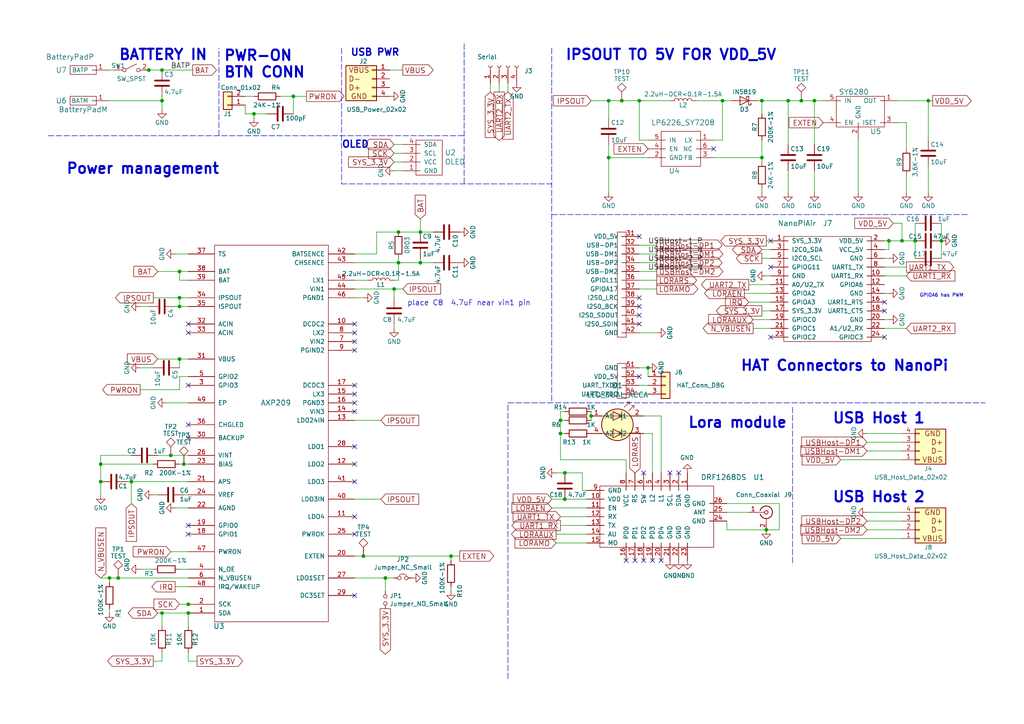
<source format=kicad_sch>
(kicad_sch (version 20211123) (generator eeschema)
  (paper "A4")
  (title_block (title "WiRoc NanoPI Hat") (date "2018-03-31") (rev "1") (company "Henrik Larsson"))
  (junction (at 163.83 137.16))
  (junction (at 85.09 27.94))
  (junction (at 180.34 29.21))
  (junction (at 111.76 167.64))
  (junction (at 162.56 121.92))
  (junction (at 52.07 86.36))
  (junction (at 209.55 29.21))
  (junction (at 46.99 177.8))
  (junction (at 52.07 78.74))
  (junction (at 176.53 29.21))
  (junction (at 222.25 153.67))
  (junction (at 29.21 134.62))
  (junction (at 52.07 104.14))
  (junction (at 269.24 29.21))
  (junction (at 105.41 161.29))
  (junction (at 228.6 29.21))
  (junction (at 38.1 139.7))
  (junction (at 115.57 67.31))
  (junction (at 46.99 29.21))
  (junction (at 220.98 29.21))
  (junction (at 73.66 33.02))
  (junction (at 185.42 29.21))
  (junction (at 121.92 67.31))
  (junction (at 54.61 177.8))
  (junction (at 236.22 29.21))
  (junction (at 187.96 106.68))
  (junction (at 31.75 167.64))
  (junction (at 46.99 20.32))
  (junction (at 220.98 45.72))
  (junction (at 232.41 29.21))
  (junction (at 273.05 69.85))
  (junction (at 162.56 125.73))
  (junction (at 34.29 167.64))
  (junction (at 121.92 76.2))
  (junction (at 29.21 139.7))
  (junction (at 163.83 144.78))
  (junction (at 52.07 88.9))
  (junction (at 43.18 20.32))
  (junction (at 54.61 175.26))
  (junction (at 171.45 120.65))
  (junction (at 261.62 69.85))
  (junction (at 49.53 132.08))
  (junction (at 114.3 83.82))
  (junction (at 130.81 161.29))
  (junction (at 115.57 76.2))
  (junction (at 176.53 45.72))
  (junction (at 53.34 134.62))
  (junction (at 257.81 69.85))
  (junction (at 265.43 69.85))
  (no_connect (at 256.54 97.79))
  (no_connect (at 102.87 116.84))
  (no_connect (at 102.87 119.38))
  (no_connect (at 256.54 90.17))
  (no_connect (at 54.61 154.94))
  (no_connect (at 102.87 114.3))
  (no_connect (at 186.69 162.56))
  (no_connect (at 102.87 172.72))
  (no_connect (at 54.61 127))
  (no_connect (at 191.77 162.56))
  (no_connect (at 181.61 162.56))
  (no_connect (at 102.87 134.62))
  (no_connect (at 54.61 123.19))
  (no_connect (at 54.61 96.52))
  (no_connect (at 223.52 69.85))
  (no_connect (at 54.61 152.4))
  (no_connect (at 102.87 93.98))
  (no_connect (at 102.87 111.76))
  (no_connect (at 185.42 88.9))
  (no_connect (at 54.61 111.76))
  (no_connect (at 196.85 137.16))
  (no_connect (at 223.52 97.79))
  (no_connect (at 54.61 93.98))
  (no_connect (at 102.87 149.86))
  (no_connect (at 102.87 101.6))
  (no_connect (at 102.87 96.52))
  (no_connect (at 185.42 86.36))
  (no_connect (at 102.87 99.06))
  (no_connect (at 207.01 43.18))
  (no_connect (at 185.42 93.98))
  (no_connect (at 186.69 137.16))
  (no_connect (at 185.42 109.22))
  (no_connect (at 184.15 162.56))
  (no_connect (at 185.42 68.58))
  (no_connect (at 189.23 162.56))
  (no_connect (at 256.54 87.63))
  (no_connect (at 102.87 129.54))
  (no_connect (at 102.87 154.94))
  (no_connect (at 102.87 139.7))
  (no_connect (at 185.42 91.44))
  (no_connect (at 223.52 77.47))
  (no_connect (at 194.31 137.16))
  (wire (pts (xy 185.42 83.82) (xy 190.5 83.82)))
  (wire (pts (xy 168.91 137.16) (xy 163.83 137.16)))
  (wire (pts (xy 29.21 139.7) (xy 29.21 143.51)))
  (wire (pts (xy 228.6 49.53) (xy 228.6 55.88)))
  (wire (pts (xy 115.57 67.31) (xy 121.92 67.31)))
  (wire (pts (xy 191.77 120.65) (xy 186.69 120.65)))
  (wire (pts (xy 36.83 139.7) (xy 38.1 139.7)))
  (wire (pts (xy 115.57 76.2) (xy 115.57 81.28)))
  (wire (pts (xy 185.42 40.64) (xy 185.42 29.21)))
  (wire (pts (xy 54.61 191.77) (xy 57.15 191.77)))
  (polyline (pts (xy 147.32 196.85) (xy 147.32 116.84)))
  (wire (pts (xy 210.82 153.67) (xy 210.82 151.13)))
  (wire (pts (xy 102.87 167.64) (xy 111.76 167.64)))
  (wire (pts (xy 54.61 81.28) (xy 52.07 81.28)))
  (wire (pts (xy 269.24 40.64) (xy 269.24 29.21)))
  (wire (pts (xy 201.93 29.21) (xy 209.55 29.21)))
  (wire (pts (xy 46.99 181.61) (xy 46.99 177.8)))
  (wire (pts (xy 220.98 29.21) (xy 228.6 29.21)))
  (wire (pts (xy 41.91 20.32) (xy 43.18 20.32)))
  (wire (pts (xy 121.92 76.2) (xy 121.92 74.93)))
  (wire (pts (xy 257.81 69.85) (xy 261.62 69.85)))
  (wire (pts (xy 50.8 147.32) (xy 54.61 147.32)))
  (wire (pts (xy 121.92 76.2) (xy 125.73 76.2)))
  (wire (pts (xy 223.52 74.93) (xy 220.98 74.93)))
  (wire (pts (xy 265.43 74.93) (xy 265.43 69.85)))
  (wire (pts (xy 171.45 119.38) (xy 171.45 120.65)))
  (wire (pts (xy 256.54 92.71) (xy 257.81 92.71)))
  (wire (pts (xy 46.99 27.94) (xy 46.99 29.21)))
  (wire (pts (xy 187.96 45.72) (xy 176.53 45.72)))
  (wire (pts (xy 256.54 77.47) (xy 262.89 77.47)))
  (wire (pts (xy 54.61 170.18) (xy 50.8 170.18)))
  (wire (pts (xy 162.56 149.86) (xy 170.18 149.86)))
  (wire (pts (xy 130.81 161.29) (xy 133.35 161.29)))
  (wire (pts (xy 220.98 72.39) (xy 223.52 72.39)))
  (polyline (pts (xy 147.32 116.84) (xy 285.75 116.84)))
  (wire (pts (xy 38.1 132.08) (xy 29.21 132.08)))
  (wire (pts (xy 259.08 64.77) (xy 261.62 64.77)))
  (wire (pts (xy 54.61 143.51) (xy 53.34 143.51)))
  (wire (pts (xy 114.3 46.99) (xy 116.84 46.99)))
  (wire (pts (xy 105.41 86.36) (xy 102.87 86.36)))
  (wire (pts (xy 176.53 29.21) (xy 180.34 29.21)))
  (wire (pts (xy 251.46 153.67) (xy 261.62 153.67)))
  (wire (pts (xy 54.61 177.8) (xy 54.61 181.61)))
  (wire (pts (xy 223.52 87.63) (xy 217.17 87.63)))
  (wire (pts (xy 261.62 133.35) (xy 243.84 133.35)))
  (wire (pts (xy 54.61 132.08) (xy 49.53 132.08)))
  (wire (pts (xy 185.42 114.3) (xy 187.96 114.3)))
  (polyline (pts (xy 63.5 39.37) (xy 63.5 13.97)))
  (wire (pts (xy 256.54 69.85) (xy 257.81 69.85)))
  (wire (pts (xy 54.61 160.02) (xy 49.53 160.02)))
  (wire (pts (xy 248.92 40.64) (xy 248.92 55.88)))
  (wire (pts (xy 170.18 157.48) (xy 161.29 157.48)))
  (polyline (pts (xy 160.02 13.97) (xy 160.02 116.84)))
  (wire (pts (xy 130.81 170.18) (xy 130.81 171.45)))
  (wire (pts (xy 257.81 85.09) (xy 256.54 85.09)))
  (wire (pts (xy 162.56 125.73) (xy 162.56 133.35)))
  (wire (pts (xy 114.3 41.91) (xy 116.84 41.91)))
  (wire (pts (xy 52.07 175.26) (xy 54.61 175.26)))
  (polyline (pts (xy 160.02 62.23) (xy 280.67 62.23)))
  (wire (pts (xy 38.1 146.05) (xy 38.1 139.7)))
  (polyline (pts (xy 229.87 118.11) (xy 229.87 163.83)))
  (wire (pts (xy 52.07 81.28) (xy 52.07 78.74)))
  (wire (pts (xy 163.83 125.73) (xy 162.56 125.73)))
  (wire (pts (xy 170.18 142.24) (xy 168.91 142.24)))
  (wire (pts (xy 220.98 45.72) (xy 220.98 46.99)))
  (wire (pts (xy 190.5 73.66) (xy 185.42 73.66)))
  (wire (pts (xy 262.89 50.8) (xy 262.89 55.88)))
  (wire (pts (xy 54.61 165.1) (xy 52.07 165.1)))
  (wire (pts (xy 190.5 78.74) (xy 185.42 78.74)))
  (wire (pts (xy 111.76 167.64) (xy 114.3 167.64)))
  (wire (pts (xy 228.6 29.21) (xy 228.6 41.91)))
  (wire (pts (xy 256.54 72.39) (xy 257.81 72.39)))
  (wire (pts (xy 176.53 45.72) (xy 176.53 55.88)))
  (wire (pts (xy 115.57 81.28) (xy 114.3 81.28)))
  (wire (pts (xy 189.23 137.16) (xy 189.23 125.73)))
  (wire (pts (xy 73.66 33.02) (xy 73.66 34.29)))
  (wire (pts (xy 273.05 64.77) (xy 273.05 69.85)))
  (wire (pts (xy 219.71 29.21) (xy 220.98 29.21)))
  (wire (pts (xy 130.81 162.56) (xy 130.81 161.29)))
  (wire (pts (xy 215.9 85.09) (xy 223.52 85.09)))
  (wire (pts (xy 257.81 72.39) (xy 257.81 69.85)))
  (wire (pts (xy 191.77 137.16) (xy 191.77 120.65)))
  (wire (pts (xy 181.61 133.35) (xy 181.61 137.16)))
  (wire (pts (xy 273.05 74.93) (xy 273.05 69.85)))
  (wire (pts (xy 185.42 81.28) (xy 190.5 81.28)))
  (polyline (pts (xy 13.97 39.37) (xy 134.62 39.37)))
  (polyline (pts (xy 99.06 13.97) (xy 99.06 53.34)))
  (wire (pts (xy 121.92 67.31) (xy 125.73 67.31)))
  (wire (pts (xy 232.41 29.21) (xy 236.22 29.21)))
  (wire (pts (xy 269.24 29.21) (xy 270.51 29.21)))
  (wire (pts (xy 40.64 165.1) (xy 44.45 165.1)))
  (wire (pts (xy 102.87 161.29) (xy 105.41 161.29)))
  (wire (pts (xy 109.22 67.31) (xy 115.57 67.31)))
  (wire (pts (xy 222.25 153.67) (xy 226.06 153.67)))
  (wire (pts (xy 44.45 143.51) (xy 45.72 143.51)))
  (wire (pts (xy 52.07 104.14) (xy 54.61 104.14)))
  (wire (pts (xy 160.02 144.78) (xy 163.83 144.78)))
  (wire (pts (xy 46.99 29.21) (xy 46.99 31.75)))
  (wire (pts (xy 236.22 29.21) (xy 236.22 41.91)))
  (wire (pts (xy 46.99 177.8) (xy 45.72 177.8)))
  (wire (pts (xy 52.07 78.74) (xy 54.61 78.74)))
  (polyline (pts (xy 99.06 53.34) (xy 160.02 53.34)))
  (wire (pts (xy 31.75 168.91) (xy 31.75 167.64)))
  (wire (pts (xy 40.64 88.9) (xy 43.18 88.9)))
  (wire (pts (xy 73.66 33.02) (xy 77.47 33.02)))
  (wire (pts (xy 40.64 113.03) (xy 52.07 113.03)))
  (wire (pts (xy 226.06 146.05) (xy 226.06 153.67)))
  (wire (pts (xy 102.87 73.66) (xy 109.22 73.66)))
  (wire (pts (xy 38.1 139.7) (xy 54.61 139.7)))
  (wire (pts (xy 54.61 189.23) (xy 54.61 191.77)))
  (wire (pts (xy 220.98 40.64) (xy 220.98 45.72)))
  (wire (pts (xy 102.87 76.2) (xy 115.57 76.2)))
  (wire (pts (xy 163.83 144.78) (xy 170.18 144.78)))
  (wire (pts (xy 49.53 132.08) (xy 45.72 132.08)))
  (wire (pts (xy 185.42 76.2) (xy 190.5 76.2)))
  (wire (pts (xy 52.07 86.36) (xy 54.61 86.36)))
  (wire (pts (xy 207.01 40.64) (xy 209.55 40.64)))
  (wire (pts (xy 162.56 133.35) (xy 181.61 133.35)))
  (wire (pts (xy 210.82 153.67) (xy 222.25 153.67)))
  (wire (pts (xy 217.17 82.55) (xy 223.52 82.55)))
  (wire (pts (xy 261.62 64.77) (xy 261.62 69.85)))
  (wire (pts (xy 31.75 29.21) (xy 46.99 29.21)))
  (wire (pts (xy 256.54 74.93) (xy 257.81 74.93)))
  (wire (pts (xy 144.78 24.13) (xy 144.78 26.67)))
  (wire (pts (xy 114.3 44.45) (xy 116.84 44.45)))
  (wire (pts (xy 31.75 20.32) (xy 33.02 20.32)))
  (wire (pts (xy 29.21 167.64) (xy 31.75 167.64)))
  (wire (pts (xy 45.72 78.74) (xy 52.07 78.74)))
  (wire (pts (xy 44.45 134.62) (xy 29.21 134.62)))
  (wire (pts (xy 262.89 35.56) (xy 260.35 35.56)))
  (wire (pts (xy 269.24 55.88) (xy 269.24 48.26)))
  (polyline (pts (xy 134.62 12.7) (xy 134.62 53.34)))
  (wire (pts (xy 52.07 88.9) (xy 52.07 86.36)))
  (wire (pts (xy 71.12 27.94) (xy 73.66 27.94)))
  (wire (pts (xy 210.82 146.05) (xy 226.06 146.05)))
  (wire (pts (xy 262.89 95.25) (xy 256.54 95.25)))
  (wire (pts (xy 147.32 24.13) (xy 147.32 26.67)))
  (wire (pts (xy 265.43 64.77) (xy 265.43 69.85)))
  (wire (pts (xy 260.35 29.21) (xy 269.24 29.21)))
  (wire (pts (xy 176.53 41.91) (xy 176.53 45.72)))
  (wire (pts (xy 102.87 121.92) (xy 110.49 121.92)))
  (wire (pts (xy 34.29 167.64) (xy 54.61 167.64)))
  (wire (pts (xy 180.34 29.21) (xy 185.42 29.21)))
  (wire (pts (xy 218.44 95.25) (xy 223.52 95.25)))
  (wire (pts (xy 52.07 113.03) (xy 52.07 109.22)))
  (wire (pts (xy 111.76 171.45) (xy 111.76 167.64)))
  (wire (pts (xy 162.56 152.4) (xy 170.18 152.4)))
  (wire (pts (xy 52.07 109.22) (xy 54.61 109.22)))
  (wire (pts (xy 163.83 121.92) (xy 162.56 121.92)))
  (wire (pts (xy 46.99 191.77) (xy 44.45 191.77)))
  (wire (pts (xy 210.82 148.59) (xy 217.17 148.59)))
  (wire (pts (xy 29.21 132.08) (xy 29.21 134.62)))
  (wire (pts (xy 162.56 119.38) (xy 162.56 121.92)))
  (wire (pts (xy 209.55 29.21) (xy 212.09 29.21)))
  (wire (pts (xy 185.42 29.21) (xy 194.31 29.21)))
  (wire (pts (xy 102.87 81.28) (xy 106.68 81.28)))
  (wire (pts (xy 114.3 86.36) (xy 114.3 83.82)))
  (wire (pts (xy 114.3 83.82) (xy 116.84 83.82)))
  (wire (pts (xy 251.46 125.73) (xy 261.62 125.73)))
  (wire (pts (xy 85.09 33.02) (xy 85.09 27.94)))
  (wire (pts (xy 223.52 69.85) (xy 222.25 69.85)))
  (wire (pts (xy 261.62 128.27) (xy 251.46 128.27)))
  (wire (pts (xy 45.72 104.14) (xy 52.07 104.14)))
  (wire (pts (xy 102.87 83.82) (xy 114.3 83.82)))
  (wire (pts (xy 142.24 24.13) (xy 142.24 26.67)))
  (wire (pts (xy 71.12 33.02) (xy 71.12 30.48)))
  (wire (pts (xy 236.22 55.88) (xy 236.22 49.53)))
  (wire (pts (xy 50.8 88.9) (xy 52.07 88.9)))
  (wire (pts (xy 187.96 109.22) (xy 187.96 106.68)))
  (wire (pts (xy 161.29 137.16) (xy 163.83 137.16)))
  (wire (pts (xy 207.01 45.72) (xy 220.98 45.72)))
  (wire (pts (xy 223.52 80.01) (xy 222.25 80.01)))
  (wire (pts (xy 40.64 106.68) (xy 44.45 106.68)))
  (wire (pts (xy 220.98 33.02) (xy 220.98 29.21)))
  (wire (pts (xy 54.61 116.84) (xy 48.26 116.84)))
  (wire (pts (xy 114.3 49.53) (xy 116.84 49.53)))
  (wire (pts (xy 236.22 29.21) (xy 238.76 29.21)))
  (wire (pts (xy 53.34 134.62) (xy 54.61 134.62)))
  (wire (pts (xy 171.45 121.92) (xy 171.45 120.65)))
  (wire (pts (xy 170.18 154.94) (xy 161.29 154.94)))
  (wire (pts (xy 115.57 76.2) (xy 121.92 76.2)))
  (wire (pts (xy 102.87 144.78) (xy 110.49 144.78)))
  (wire (pts (xy 54.61 175.26) (xy 54.61 175.26)))
  (wire (pts (xy 256.54 80.01) (xy 262.89 80.01)))
  (wire (pts (xy 220.98 90.17) (xy 223.52 90.17)))
  (wire (pts (xy 115.57 74.93) (xy 115.57 76.2)))
  (wire (pts (xy 85.09 27.94) (xy 88.9 27.94)))
  (wire (pts (xy 52.07 134.62) (xy 53.34 134.62)))
  (wire (pts (xy 209.55 40.64) (xy 209.55 29.21)))
  (wire (pts (xy 163.83 119.38) (xy 162.56 119.38)))
  (wire (pts (xy 46.99 189.23) (xy 46.99 191.77)))
  (wire (pts (xy 185.42 111.76) (xy 187.96 111.76)))
  (wire (pts (xy 52.07 88.9) (xy 54.61 88.9)))
  (wire (pts (xy 44.45 86.36) (xy 52.07 86.36)))
  (wire (pts (xy 262.89 43.18) (xy 262.89 35.56)))
  (wire (pts (xy 251.46 148.59) (xy 261.62 148.59)))
  (wire (pts (xy 261.62 69.85) (xy 265.43 69.85)))
  (wire (pts (xy 31.75 167.64) (xy 34.29 167.64)))
  (wire (pts (xy 261.62 151.13) (xy 251.46 151.13)))
  (wire (pts (xy 171.45 29.21) (xy 176.53 29.21)))
  (wire (pts (xy 220.98 54.61) (xy 220.98 55.88)))
  (wire (pts (xy 121.92 67.31) (xy 121.92 63.5)))
  (wire (pts (xy 168.91 142.24) (xy 168.91 137.16)))
  (wire (pts (xy 71.12 33.02) (xy 73.66 33.02)))
  (wire (pts (xy 187.96 40.64) (xy 185.42 40.64)))
  (wire (pts (xy 189.23 125.73) (xy 186.69 125.73)))
  (wire (pts (xy 162.56 121.92) (xy 162.56 125.73)))
  (wire (pts (xy 261.62 156.21) (xy 243.84 156.21)))
  (wire (pts (xy 43.18 20.32) (xy 46.99 20.32)))
  (wire (pts (xy 160.02 147.32) (xy 170.18 147.32)))
  (wire (pts (xy 228.6 29.21) (xy 232.41 29.21)))
  (wire (pts (xy 52.07 106.68) (xy 52.07 104.14)))
  (wire (pts (xy 251.46 130.81) (xy 261.62 130.81)))
  (wire (pts (xy 81.28 27.94) (xy 85.09 27.94)))
  (wire (pts (xy 54.61 73.66) (xy 50.8 73.66)))
  (wire (pts (xy 105.41 161.29) (xy 130.81 161.29)))
  (wire (pts (xy 176.53 34.29) (xy 176.53 29.21)))
  (wire (pts (xy 113.03 20.32) (xy 116.84 20.32)))
  (wire (pts (xy 46.99 20.32) (xy 55.88 20.32)))
  (wire (pts (xy 29.21 134.62) (xy 29.21 139.7)))
  (wire (pts (xy 31.75 177.8) (xy 31.75 176.53)))
  (wire (pts (xy 114.3 95.25) (xy 114.3 93.98)))
  (wire (pts (xy 109.22 73.66) (xy 109.22 67.31)))
  (wire (pts (xy 187.96 106.68) (xy 185.42 106.68)))
  (wire (pts (xy 185.42 96.52) (xy 190.5 96.52)))
  (wire (pts (xy 54.61 177.8) (xy 46.99 177.8)))
  (wire (pts (xy 218.44 92.71) (xy 223.52 92.71)))
  (wire (pts (xy 185.42 71.12) (xy 190.5 71.12)))
  (text "GPIOA6 has PWM" (at 266.7 86.36 0) (effects (font (size 0.9906 0.9906)) (justify left bottom)))
  (text "place C8  4.7uF near vin1 pin" (at 118.11 88.9 0) (effects (font (size 1.524 1.524)) (justify left bottom)))
  (text "USB PWR" (at 101.6 16.51 0) (effects (font (size 2.0066 2.0066) (thickness 0.4013) bold) (justify left bottom)))
  (text "USB Host 2" (at 241.3 146.05 0) (effects (font (size 2.9972 2.9972) (thickness 0.5994) bold) (justify left bottom)))
  (text "Lora module" (at 199.39 124.46 0) (effects (font (size 2.9972 2.9972) (thickness 0.5994) bold) (justify left bottom)))
  (text "HAT Connectors to NanoPi" (at 214.63 107.95 0) (effects (font (size 2.9972 2.9972) (thickness 0.5994) bold) (justify left bottom)))
  (text "IPSOUT TO 5V FOR VDD_5V" (at 163.83 17.78 0) (effects (font (size 2.9972 2.9972) (thickness 0.5994) bold) (justify left bottom)))
  (text "PWR-ON\nBTN CONN" (at 64.77 22.86 0) (effects (font (size 2.9972 2.9972) (thickness 0.5994) bold) (justify left bottom)))
  (text "Power management" (at 19.05 50.8 0) (effects (font (size 2.9972 2.9972) (thickness 0.5994) bold) (justify left bottom)))
  (text "OLED" (at 99.06 43.18 0) (effects (font (size 2.0066 2.0066) (thickness 0.4013) bold) (justify left bottom)))
  (text "USB Host 1" (at 241.3 123.19 0) (effects (font (size 2.9972 2.9972) (thickness 0.5994) bold) (justify left bottom)))
  (text "BATTERY IN" (at 34.29 17.78 0) (effects (font (size 2.9972 2.9972) (thickness 0.5994) bold) (justify left bottom)))
  (label "BATP" (at 49.53 20.32 0) (effects (font (size 1.524 1.524))))
  (label "USBHost-1_P" (at 187.96 71.12 0) (effects (font (size 1.524 1.524))))
  (label "USBHost-1_N" (at 187.96 73.66 0) (effects (font (size 1.524 1.524))))
  (label "USBHost-2_P" (at 187.96 76.2 0) (effects (font (size 1.524 1.524))))
  (label "USBHost-2_N" (at 187.96 78.74 0) (effects (font (size 1.524 1.524))))
  (global_label "IPSOUT" (shape input) (at 116.84 83.82 0) (effects (font (size 1.524 1.524))) (property "Intersheet References" "${INTERSHEET_REFS}" (effects hide)))
  (global_label "SYS_3.3V" (shape output) (at 220.98 90.17 180) (effects (font (size 1.524 1.524))) (property "Intersheet References" "${INTERSHEET_REFS}" (effects hide)))
  (global_label "VDD_5V" (shape input) (at 160.02 144.78 180) (effects (font (size 1.524 1.524))) (property "Intersheet References" "${INTERSHEET_REFS}" (effects hide)))
  (global_label "UART2_RX" (shape output) (at 144.78 26.67 270) (effects (font (size 1.524 1.524))) (property "Intersheet References" "${INTERSHEET_REFS}" (effects hide)))
  (global_label "PWRON" (shape input) (at 49.53 160.02 180) (effects (font (size 1.524 1.524))) (property "Intersheet References" "${INTERSHEET_REFS}" (effects hide)))
  (global_label "LORARS" (shape input) (at 184.15 137.16 90) (effects (font (size 1.524 1.524))) (property "Intersheet References" "${INTERSHEET_REFS}" (effects hide)))
  (global_label "USBHost-DP2" (shape input) (at 251.46 151.13 180) (effects (font (size 1.524 1.524))) (property "Intersheet References" "${INTERSHEET_REFS}" (effects hide)))
  (global_label "IPSOUT" (shape input) (at 38.1 146.05 270) (effects (font (size 1.524 1.524))) (property "Intersheet References" "${INTERSHEET_REFS}" (effects hide)))
  (global_label "VDD_5V" (shape input) (at 243.84 133.35 180) (effects (font (size 1.524 1.524))) (property "Intersheet References" "${INTERSHEET_REFS}" (effects hide)))
  (global_label "EXTEN" (shape input) (at 187.96 43.18 180) (effects (font (size 1.524 1.524))) (property "Intersheet References" "${INTERSHEET_REFS}" (effects hide)))
  (global_label "LORAEN" (shape input) (at 160.02 147.32 180) (effects (font (size 1.524 1.524))) (property "Intersheet References" "${INTERSHEET_REFS}" (effects hide)))
  (global_label "SCK" (shape input) (at 52.07 175.26 180) (effects (font (size 1.524 1.524))) (property "Intersheet References" "${INTERSHEET_REFS}" (effects hide)))
  (global_label "IPSOUT" (shape input) (at 171.45 29.21 180) (effects (font (size 1.524 1.524))) (property "Intersheet References" "${INTERSHEET_REFS}" (effects hide)))
  (global_label "LORAMO" (shape input) (at 161.29 157.48 180) (effects (font (size 1.524 1.524))) (property "Intersheet References" "${INTERSHEET_REFS}" (effects hide)))
  (global_label "VDD_5V" (shape output) (at 270.51 29.21 0) (effects (font (size 1.524 1.524))) (property "Intersheet References" "${INTERSHEET_REFS}" (effects hide)))
  (global_label "LORARS" (shape output) (at 190.5 81.28 0) (effects (font (size 1.524 1.524))) (property "Intersheet References" "${INTERSHEET_REFS}" (effects hide)))
  (global_label "SDA" (shape bidirectional) (at 114.3 41.91 180) (effects (font (size 1.524 1.524))) (property "Intersheet References" "${INTERSHEET_REFS}" (effects hide)))
  (global_label "SYS_3.3V" (shape output) (at 44.45 191.77 180) (effects (font (size 1.524 1.524))) (property "Intersheet References" "${INTERSHEET_REFS}" (effects hide)))
  (global_label "USBHost-DM1" (shape output) (at 190.5 73.66 0) (effects (font (size 1.524 1.524))) (property "Intersheet References" "${INTERSHEET_REFS}" (effects hide)))
  (global_label "IRQ" (shape output) (at 50.8 170.18 180) (effects (font (size 1.524 1.524))) (property "Intersheet References" "${INTERSHEET_REFS}" (effects hide)))
  (global_label "BAT" (shape input) (at 121.92 63.5 90) (effects (font (size 1.524 1.524))) (property "Intersheet References" "${INTERSHEET_REFS}" (effects hide)))
  (global_label "IPSOUT" (shape input) (at 110.49 121.92 0) (effects (font (size 1.524 1.524))) (property "Intersheet References" "${INTERSHEET_REFS}" (effects hide)))
  (global_label "SYS_3.3V" (shape output) (at 57.15 191.77 0) (effects (font (size 1.524 1.524))) (property "Intersheet References" "${INTERSHEET_REFS}" (effects hide)))
  (global_label "USBHost-DP1" (shape input) (at 251.46 128.27 180) (effects (font (size 1.524 1.524))) (property "Intersheet References" "${INTERSHEET_REFS}" (effects hide)))
  (global_label "LORAEN" (shape output) (at 215.9 85.09 180) (effects (font (size 1.524 1.524))) (property "Intersheet References" "${INTERSHEET_REFS}" (effects hide)))
  (global_label "USBHost-DM2" (shape output) (at 190.5 78.74 0) (effects (font (size 1.524 1.524))) (property "Intersheet References" "${INTERSHEET_REFS}" (effects hide)))
  (global_label "USBHost-DM2" (shape input) (at 251.46 153.67 180) (effects (font (size 1.524 1.524))) (property "Intersheet References" "${INTERSHEET_REFS}" (effects hide)))
  (global_label "N_VBUSEN" (shape output) (at 218.44 95.25 180) (effects (font (size 1.524 1.524))) (property "Intersheet References" "${INTERSHEET_REFS}" (effects hide)))
  (global_label "SYS_3.3V" (shape input) (at 114.3 46.99 180) (effects (font (size 1.524 1.524))) (property "Intersheet References" "${INTERSHEET_REFS}" (effects hide)))
  (global_label "VDD_5V" (shape input) (at 243.84 156.21 180) (effects (font (size 1.524 1.524))) (property "Intersheet References" "${INTERSHEET_REFS}" (effects hide)))
  (global_label "SYS_3.3V" (shape output) (at 111.76 176.53 270) (effects (font (size 1.524 1.524))) (property "Intersheet References" "${INTERSHEET_REFS}" (effects hide)))
  (global_label "UART2_RX" (shape input) (at 262.89 95.25 0) (effects (font (size 1.524 1.524))) (property "Intersheet References" "${INTERSHEET_REFS}" (effects hide)))
  (global_label "BAT" (shape output) (at 55.88 20.32 0) (effects (font (size 1.524 1.524))) (property "Intersheet References" "${INTERSHEET_REFS}" (effects hide)))
  (global_label "UART2_TX" (shape output) (at 217.17 82.55 180) (effects (font (size 1.524 1.524))) (property "Intersheet References" "${INTERSHEET_REFS}" (effects hide)))
  (global_label "PWRON" (shape output) (at 40.64 113.03 180) (effects (font (size 1.524 1.524))) (property "Intersheet References" "${INTERSHEET_REFS}" (effects hide)))
  (global_label "UART2_TX" (shape input) (at 147.32 26.67 270) (effects (font (size 1.524 1.524))) (property "Intersheet References" "${INTERSHEET_REFS}" (effects hide)))
  (global_label "LORAAUX" (shape input) (at 218.44 92.71 180) (effects (font (size 1.524 1.524))) (property "Intersheet References" "${INTERSHEET_REFS}" (effects hide)))
  (global_label "VBUS" (shape output) (at 116.84 20.32 0) (effects (font (size 1.524 1.524))) (property "Intersheet References" "${INTERSHEET_REFS}" (effects hide)))
  (global_label "IPSOUT" (shape output) (at 44.45 86.36 180) (effects (font (size 1.524 1.524))) (property "Intersheet References" "${INTERSHEET_REFS}" (effects hide)))
  (global_label "SCK" (shape input) (at 114.3 44.45 180) (effects (font (size 1.524 1.524))) (property "Intersheet References" "${INTERSHEET_REFS}" (effects hide)))
  (global_label "LORAMO" (shape output) (at 190.5 83.82 0) (effects (font (size 1.524 1.524))) (property "Intersheet References" "${INTERSHEET_REFS}" (effects hide)))
  (global_label "SYS_3.3V" (shape input) (at 142.24 26.67 270) (effects (font (size 1.524 1.524))) (property "Intersheet References" "${INTERSHEET_REFS}" (effects hide)))
  (global_label "PWRON" (shape output) (at 88.9 27.94 0) (effects (font (size 1.524 1.524))) (property "Intersheet References" "${INTERSHEET_REFS}" (effects hide)))
  (global_label "IRQ" (shape input) (at 217.17 87.63 180) (effects (font (size 1.524 1.524))) (property "Intersheet References" "${INTERSHEET_REFS}" (effects hide)))
  (global_label "UART1_RX" (shape output) (at 162.56 152.4 180) (effects (font (size 1.524 1.524))) (property "Intersheet References" "${INTERSHEET_REFS}" (effects hide)))
  (global_label "UART1_TX" (shape input) (at 162.56 149.86 180) (effects (font (size 1.524 1.524))) (property "Intersheet References" "${INTERSHEET_REFS}" (effects hide)))
  (global_label "VDD_5V" (shape input) (at 259.08 64.77 180) (effects (font (size 1.524 1.524))) (property "Intersheet References" "${INTERSHEET_REFS}" (effects hide)))
  (global_label "USBHost-DP2" (shape output) (at 190.5 76.2 0) (effects (font (size 1.524 1.524))) (property "Intersheet References" "${INTERSHEET_REFS}" (effects hide)))
  (global_label "LORAAUX" (shape output) (at 161.29 154.94 180) (effects (font (size 1.524 1.524))) (property "Intersheet References" "${INTERSHEET_REFS}" (effects hide)))
  (global_label "SCK" (shape output) (at 220.98 74.93 180) (effects (font (size 1.524 1.524))) (property "Intersheet References" "${INTERSHEET_REFS}" (effects hide)))
  (global_label "UART1_TX" (shape output) (at 262.89 77.47 0) (effects (font (size 1.524 1.524))) (property "Intersheet References" "${INTERSHEET_REFS}" (effects hide)))
  (global_label "SDA" (shape bidirectional) (at 45.72 177.8 180) (effects (font (size 1.524 1.524))) (property "Intersheet References" "${INTERSHEET_REFS}" (effects hide)))
  (global_label "EXTEN" (shape output) (at 133.35 161.29 0) (effects (font (size 1.524 1.524))) (property "Intersheet References" "${INTERSHEET_REFS}" (effects hide)))
  (global_label "VBUS" (shape input) (at 45.72 104.14 180) (effects (font (size 1.524 1.524))) (property "Intersheet References" "${INTERSHEET_REFS}" (effects hide)))
  (global_label "UART1_RX" (shape input) (at 262.89 80.01 0) (effects (font (size 1.524 1.524))) (property "Intersheet References" "${INTERSHEET_REFS}" (effects hide)))
  (global_label "USBHost-DP1" (shape output) (at 190.5 71.12 0) (effects (font (size 1.524 1.524))) (property "Intersheet References" "${INTERSHEET_REFS}" (effects hide)))
  (global_label "IPSOUT" (shape input) (at 110.49 144.78 0) (effects (font (size 1.524 1.524))) (property "Intersheet References" "${INTERSHEET_REFS}" (effects hide)))
  (global_label "BAT" (shape input) (at 45.72 78.74 180) (effects (font (size 1.524 1.524))) (property "Intersheet References" "${INTERSHEET_REFS}" (effects hide)))
  (global_label "USBHost-DM1" (shape input) (at 251.46 130.81 180) (effects (font (size 1.524 1.524))) (property "Intersheet References" "${INTERSHEET_REFS}" (effects hide)))
  (global_label "EXTEN" (shape input) (at 238.76 35.56 180) (effects (font (size 1.524 1.524))) (property "Intersheet References" "${INTERSHEET_REFS}" (effects hide)))
  (global_label "SDA" (shape bidirectional) (at 220.98 72.39 180) (effects (font (size 1.524 1.524))) (property "Intersheet References" "${INTERSHEET_REFS}" (effects hide)))
  (global_label "N_VBUSEN" (shape input) (at 29.21 167.64 90) (effects (font (size 1.524 1.524))) (property "Intersheet References" "${INTERSHEET_REFS}" (effects hide)))
  (global_label "SYS_3.3V" (shape output) (at 222.25 69.85 180) (effects (font (size 1.524 1.524))) (property "Intersheet References" "${INTERSHEET_REFS}" (effects hide)))
  (symbol (lib_id "WiRoc:axp209") (at 80.01 121.92 0) (unit 1)
    (property "Reference" "U3" (at 63.5 181.61 0) (effects (font (size 1.524 1.524))))
    (property "Value" "AXP209" (at 80.01 116.84 0) (effects (font (size 1.524 1.524))))
    (property "Footprint" "WiRoc:qfn48_6x6mm_Pitch0.4mm" (effects hide))
    (property "Datasheet" "http://dl.linux-sunxi.org/AXP/AXP209_Datasheet_v1.0en.pdf" (effects hide))
    (property "Package" "6mm x 6mm 48-pin QFN" (effects hide))
    (property "ManufacturerPartNumber" "AXP209" (effects hide))
    (property "Description" "Enhanced single Cell Li-Battery and Power System Management IC" (effects hide))
    (property "Manufacturer" "X-Powers Limited" (effects hide))
    (property "Original" "Yes" (effects hide))
    (property "IncludeInBOM" "TRUE" (effects hide))
    (property "WebsiteURL" "https://lcsc.com/product-detail/PMIC-AC-DC-Converters_AXP209_C80525.html" (effects hide))
    (property "LCSCPartNumber" "C80525" (effects hide))
    (property "ThroughHole" "FALSE" (effects hide))
  )
  (symbol (lib_id "WiRoc:LP6226_SY7208") (at 198.12 43.18 0) (unit 1)
    (property "Reference" "U4" (at 195.58 49.53 0) (effects (font (size 1.524 1.524))))
    (property "Value" "LP6226_SY7208" (at 198.12 35.56 0) (effects (font (size 1.524 1.524))))
    (property "Footprint" "TO_SOT_Packages_SMD:SOT-23-6" (effects hide))
    (property "Datasheet" "https://datasheet.lcsc.com/szlcsc/1810010234_Silergy-Corp-SY7208ABC_C80514.pdf" (effects hide))
    (property "Package" "SOT23-6" (effects hide))
    (property "ManufacturerPartNumber" "SY7208ABC" (effects hide))
    (property "Description" "High Efficiency Boost DC/DC Convertor" (effects hide))
    (property "Manufacturer" "Silergy Corp" (effects hide))
    (property "Original" "Yes" (effects hide))
    (property "WebsiteURL" "Ask for quote" (effects hide))
    (property "WebsiteURL2" "https://lcsc.com/product-detail/DC-DC-Converters_Silergy_SY7208ABC_SY7208ABC_C80514.html" (effects hide))
    (property "LCSCPartNumber" "C80514" (effects hide))
    (property "IncludeInBOM" "TRUE" (effects hide))
    (property "ThroughHole" "FALSE" (effects hide))
  )
  (symbol (lib_id "WiRoc_NanoPi_v1-rescue:R") (at 220.98 36.83 180) (unit 1)
    (property "Reference" "R7" (at 218.948 36.83 90))
    (property "Value" "200K-1%" (at 223.52 36.83 90))
    (property "Footprint" "Resistor_SMD:R_0603_1608Metric" (effects hide))
    (property "Package" "0603" (effects hide))
    (property "ManufacturerPartNumber" "0603WAF2003T5E" (effects hide))
    (property "Original" "No" (effects hide))
    (property "Manufacturer" "Uniroyal Elec" (effects hide))
    (property "WebsiteURL" "https://lcsc.com/product-detail/Chip-Resistor-Surface-Mount-UniOhm_Uniroyal-Elec-0603WAF2003T5E_C25811.html" (effects hide))
    (property "LCSCPartNumber" "C25811" (effects hide))
    (property "IncludeInBOM" "TRUE" (effects hide))
    (property "ThroughHole" "FALSE" (effects hide))
  )
  (symbol (lib_id "WiRoc_NanoPi_v1-rescue:C") (at 228.6 45.72 0) (unit 1)
    (property "Reference" "C13" (at 229.235 43.18 0) (effects (justify left)))
    (property "Value" "10uF" (at 229.235 48.26 0) (effects (justify left)))
    (property "Footprint" "Capacitor_SMD:C_0603_1608Metric" (effects hide))
    (property "Package" "0603" (effects hide))
    (property "ManufacturerPartNumber" "CL10A106KP8NNNC" (effects hide))
    (property "Original" "No" (effects hide))
    (property "Manufacturer" "Samsung Electro-Mechanics" (effects hide))
    (property "WebsiteURL" "https://lcsc.com/product-detail/Multilayer-Ceramic-Capacitors-MLCC-SMD-SMT_SAMSUNG_CL10A106KP8NNNC_10uF-106-10-10V_C19702.html" (effects hide))
    (property "LCSCPartNumber" "C19702" (effects hide))
    (property "IncludeInBOM" "TRUE" (effects hide))
    (property "ThroughHole" "FALSE" (effects hide))
  )
  (symbol (lib_id "WiRoc_NanoPi_v1-rescue:L") (at 198.12 29.21 90) (unit 1)
    (property "Reference" "L2" (at 198.12 30.48 90))
    (property "Value" "2.2uH-DCR<0.1R-1.5A" (at 198.12 27.305 90))
    (property "Footprint" "WiRoc:Inductor_SLW4018" (effects hide))
    (property "Package" "4018" (effects hide))
    (property "Description" "FIXED IND 2.2UH 1.7A 55 MOHM SMD" (effects hide))
    (property "ManufacturerPartNumber" "SLW4018S2R2MST" (effects hide))
    (property "WebsiteURL" "https://lcsc.com/product-detail/Power-Inductors_2-2uH-20-1-65A_C206341.html" (effects hide))
    (property "Manufacturer" "Sunltech Tech" (effects hide))
    (property "Original" "Yes" (effects hide))
    (property "LCSCPartNumber" "C206341" (effects hide))
    (property "IncludeInBOM" "TRUE" (effects hide))
    (property "ThroughHole" "FALSE" (effects hide))
  )
  (symbol (lib_id "WiRoc_NanoPi_v1-rescue:D_Schottky") (at 215.9 29.21 180) (unit 1)
    (property "Reference" "D3" (at 215.9 31.75 0))
    (property "Value" "IN5819" (at 215.9 26.67 0))
    (property "Footprint" "Diode_SMD:D_SOD-123" (effects hide))
    (property "Datasheet" "https://datasheet.lcsc.com/szlcsc/1811011112_Changjiang-Electronics-Tech-CJ-B5817W_C8597.pdf" (effects hide))
    (property "Package" "SOD-123" (effects hide))
    (property "ManufacturerPartNumber" "B5817W" (effects hide))
    (property "Manufacturer" "Changjiang Electronics Tech (CJ)" (effects hide))
    (property "WebsiteURL" "https://www.digikey.com/product-detail/en/diodes-incorporated/1N5819HW-7-F/1N5819HW-FDICT-ND/815283" (effects hide))
    (property "Description" "Diode Schottky 40V 1A Surface Mount SOD-123" (effects hide))
    (property "Original" "No" (effects hide))
    (property "LCSCPartNumber" "C8597" (effects hide))
    (property "IncludeInBOM" "TRUE" (effects hide))
    (property "ThroughHole" "FALSE" (effects hide))
  )
  (symbol (lib_id "power:GND") (at 176.53 55.88 0) (unit 1)
    (property "Reference" "#PWR01" (effects hide))
    (property "Value" "GND" (at 176.53 59.69 0))
  )
  (symbol (lib_id "WiRoc_NanoPi_v1-rescue:C") (at 176.53 38.1 0) (unit 1)
    (property "Reference" "C12" (at 177.165 35.56 0) (effects (justify left)))
    (property "Value" "10uF" (at 177.165 40.64 0) (effects (justify left)))
    (property "Footprint" "Capacitor_SMD:C_0603_1608Metric" (effects hide))
    (property "Package" "0603" (effects hide))
    (property "ManufacturerPartNumber" "CL10A106KP8NNNC" (effects hide))
    (property "Original" "No" (effects hide))
    (property "Manufacturer" "Samsung Electro-Mechanics" (effects hide))
    (property "WebsiteURL" "https://lcsc.com/product-detail/Multilayer-Ceramic-Capacitors-MLCC-SMD-SMT_SAMSUNG_CL10A106KP8NNNC_10uF-106-10-10V_C19702.html" (effects hide))
    (property "LCSCPartNumber" "C19702" (effects hide))
    (property "IncludeInBOM" "TRUE" (effects hide))
    (property "ThroughHole" "FALSE" (effects hide))
  )
  (symbol (lib_id "WiRoc_NanoPi_v1-rescue:R") (at 220.98 50.8 180) (unit 1)
    (property "Reference" "R8" (at 218.948 50.8 90))
    (property "Value" "24K-1%" (at 223.52 50.8 90))
    (property "Footprint" "Resistor_SMD:R_0603_1608Metric" (effects hide))
    (property "Package" "0603" (effects hide))
    (property "ManufacturerPartNumber" "0603WAF2402T5E" (effects hide))
    (property "Original" "No" (effects hide))
    (property "Manufacturer" "Uniroyal Elec" (effects hide))
    (property "WebsiteURL" "https://lcsc.com/product-detail/Chip-Resistor-Surface-Mount-UniOhm_Uniroyal-Elec-0603WAF2402T5E_C23352.html" (effects hide))
    (property "LCSCPartNumber" "C23352" (effects hide))
    (property "IncludeInBOM" "TRUE" (effects hide))
    (property "ThroughHole" "FALSE" (effects hide))
  )
  (symbol (lib_id "power:GND") (at 220.98 55.88 0) (unit 1)
    (property "Reference" "#PWR02" (effects hide))
    (property "Value" "GND" (at 220.98 59.69 0))
  )
  (symbol (lib_id "power:GND") (at 228.6 55.88 0) (unit 1)
    (property "Reference" "#PWR03" (effects hide))
    (property "Value" "GND" (at 228.6 59.69 0))
  )
  (symbol (lib_id "WiRoc:SY6280") (at 248.92 31.75 0) (unit 1)
    (property "Reference" "U5" (at 254 38.1 0) (effects (font (size 1.524 1.524))))
    (property "Value" "SY6280" (at 247.65 26.67 0) (effects (font (size 1.524 1.524))))
    (property "Footprint" "TO_SOT_Packages_SMD:SOT-23-5" (effects hide))
    (property "Datasheet" "https://datasheet.lcsc.com/szlcsc/1810121532_Silergy-Corp-SY6280AAC_C55136.pdf" (effects hide))
    (property "Package" "SOT23-5" (effects hide))
    (property "ManufacturerPartNumber" "SY6280AAC" (effects hide))
    (property "Manufacturer" "Silergy Corp" (effects hide))
    (property "Original" "Yes" (effects hide))
    (property "Description" "Power Distribution Switch, 1In/1Out, Act-High Enable, 1A, Vin 2.4÷5.5V, 80mΩ" (effects hide))
    (property "IncludeInBOM" "TRUE" (effects hide))
    (property "WebsiteURL" "https://lcsc.com/product-detail/PMIC-Power-Distribution-Switches_Silergy_SY6280AAC_SY6280AAC_C55136.html" (effects hide))
    (property "LCSCPartNumber" "C55136" (effects hide))
    (property "ThroughHole" "FALSE" (effects hide))
  )
  (symbol (lib_id "WiRoc_NanoPi_v1-rescue:C") (at 269.24 44.45 0) (unit 1)
    (property "Reference" "C14" (at 269.875 41.91 0) (effects (justify left)))
    (property "Value" "10uF" (at 269.875 46.99 0) (effects (justify left)))
    (property "Footprint" "Capacitor_SMD:C_0603_1608Metric" (effects hide))
    (property "Package" "0603" (effects hide))
    (property "ManufacturerPartNumber" "CL10A106KP8NNNC" (effects hide))
    (property "IncludeInBOM" "TRUE" (effects hide))
    (property "Original" "No" (effects hide))
    (property "Manufacturer" "Samsung Electro-Mechanics" (effects hide))
    (property "WebsiteURL" "https://lcsc.com/product-detail/Multilayer-Ceramic-Capacitors-MLCC-SMD-SMT_SAMSUNG_CL10A106KP8NNNC_10uF-106-10-10V_C19702.html" (effects hide))
    (property "LCSCPartNumber" "C19702" (effects hide))
    (property "ThroughHole" "FALSE" (effects hide))
  )
  (symbol (lib_id "power:GND") (at 269.24 55.88 0) (unit 1)
    (property "Reference" "#PWR04" (effects hide))
    (property "Value" "GND" (at 269.24 59.69 0))
  )
  (symbol (lib_id "WiRoc_NanoPi_v1-rescue:R") (at 262.89 46.99 180) (unit 1)
    (property "Reference" "R9" (at 260.858 46.99 90))
    (property "Value" "3.6K-1%" (at 265.43 46.99 90))
    (property "Footprint" "Resistor_SMD:R_0603_1608Metric" (effects hide))
    (property "Datasheet" "https://datasheet.lcsc.com/szlcsc/1811081731_UNI-ROYAL-Uniroyal-Elec-0603WAF3601T5E_C22980.pdf" (effects hide))
    (property "Package" "0603" (effects hide))
    (property "ManufacturerPartNumber" "0603WAF3601T5E" (effects hide))
    (property "Original" "No" (effects hide))
    (property "Manufacturer" "Uniroyal Elec" (effects hide))
    (property "WebsiteURL" "https://lcsc.com/product-detail/Chip-Resistor-Surface-Mount_3-6KR-3601-1_C100993.html" (effects hide))
    (property "LCSCPartNumber" "C22980" (effects hide))
    (property "IncludeInBOM" "TRUE" (effects hide))
    (property "ThroughHole" "FALSE" (effects hide))
  )
  (symbol (lib_id "power:GND") (at 248.92 55.88 0) (unit 1)
    (property "Reference" "#PWR05" (effects hide))
    (property "Value" "GND" (at 248.92 59.69 0))
  )
  (symbol (lib_id "power:GND") (at 262.89 55.88 0) (unit 1)
    (property "Reference" "#PWR06" (effects hide))
    (property "Value" "GND" (at 262.89 59.69 0))
  )
  (symbol (lib_id "power:GND") (at 50.8 73.66 270) (unit 1)
    (property "Reference" "#PWR07" (effects hide))
    (property "Value" "GND" (at 46.99 73.66 0))
  )
  (symbol (lib_id "WiRoc_NanoPi_v1-rescue:C") (at 46.99 24.13 0) (unit 1)
    (property "Reference" "C3" (at 47.625 21.59 0) (effects (justify left)))
    (property "Value" "4.7uF" (at 47.625 26.67 0) (effects (justify left)))
    (property "Footprint" "Capacitor_SMD:C_0603_1608Metric" (effects hide))
    (property "Package" "0603" (effects hide))
    (property "ManufacturerPartNumber" "CL10A475KO8NNNC" (effects hide))
    (property "IncludeInBOM" "TRUE" (effects hide))
    (property "Original" "No" (effects hide))
    (property "Manufacturer" "Samsung Electro-Mechanics" (effects hide))
    (property "WebsiteURL" "https://lcsc.com/product-detail/Multilayer-Ceramic-Capacitors-MLCC-SMD-SMT_4-7uF-475-10-16V_C99226.html" (effects hide))
    (property "LCSCPartNumber" "C19666" (effects hide))
    (property "ThroughHole" "FALSE" (effects hide))
  )
  (symbol (lib_id "power:GND") (at 46.99 31.75 0) (unit 1)
    (property "Reference" "#PWR08" (effects hide))
    (property "Value" "GND" (at 46.99 35.56 0))
  )
  (symbol (lib_id "WiRoc_NanoPi_v1-rescue:C") (at 46.99 88.9 270) (unit 1)
    (property "Reference" "C4" (at 49.53 89.535 0) (effects (justify left)))
    (property "Value" "10uF" (at 44.45 89.535 0) (effects (justify left)))
    (property "Footprint" "Capacitor_SMD:C_0603_1608Metric" (effects hide))
    (property "Package" "0603" (effects hide))
    (property "IncludeInBOM" "TRUE" (effects hide))
    (property "ManufacturerPartNumber" "CL10A106KP8NNNC" (effects hide))
    (property "Original" "No" (effects hide))
    (property "Manufacturer" "Samsung Electro-Mechanics" (effects hide))
    (property "WebsiteURL" "https://lcsc.com/product-detail/Multilayer-Ceramic-Capacitors-MLCC-SMD-SMT_SAMSUNG_CL10A106KP8NNNC_10uF-106-10-10V_C19702.html" (effects hide))
    (property "LCSCPartNumber" "C19702" (effects hide))
    (property "ThroughHole" "FALSE" (effects hide))
  )
  (symbol (lib_id "power:GND") (at 40.64 88.9 270) (unit 1)
    (property "Reference" "#PWR09" (effects hide))
    (property "Value" "GND" (at 36.83 88.9 0))
  )
  (symbol (lib_id "WiRoc_NanoPi_v1-rescue:R") (at 115.57 71.12 180) (unit 1)
    (property "Reference" "R5" (at 113.538 71.12 90))
    (property "Value" "0R03" (at 118.11 71.12 90))
    (property "Footprint" "Resistor_SMD:R_0805_2012Metric" (effects hide))
    (property "Package" "0805" (effects hide))
    (property "ManufacturerPartNumber" "0805W4F300MT5E" (effects hide))
    (property "IncludeInBOM" "TRUE" (effects hide))
    (property "Original" "No" (effects hide))
    (property "Description" "RESISTOR 0805 0.03Ω 1/8W±1%" (effects hide))
    (property "WebsiteURL" "https://lcsc.com/product-detail/Chip-Resistor-Surface-Mount_0-03R-R030-1_C158159.html" (effects hide))
    (property "Manufacturer" "Uniroyal Elec" (effects hide))
    (property "LCSCPartNumber" "C247605" (effects hide))
    (property "ThroughHole" "FALSE" (effects hide))
  )
  (symbol (lib_id "WiRoc_NanoPi_v1-rescue:C") (at 121.92 71.12 0) (unit 1)
    (property "Reference" "C9" (at 122.555 68.58 0) (effects (justify left)))
    (property "Value" "1uF" (at 122.555 73.66 0) (effects (justify left)))
    (property "Footprint" "Capacitor_SMD:C_0603_1608Metric" (effects hide))
    (property "Package" "0603" (effects hide))
    (property "IncludeInBOM" "TRUE" (effects hide))
    (property "ManufacturerPartNumber" "CL10A105KB8NNNC" (effects hide))
    (property "Original" "No" (effects hide))
    (property "Manufacturer" "Samsung Electro-Mechanics" (effects hide))
    (property "WebsiteURL" "https://lcsc.com/product-detail/Multilayer-Ceramic-Capacitors-MLCC-SMD-SMT_1uF-105-10-50V_C157684.html" (effects hide))
    (property "LCSCPartNumber" "C15849" (effects hide))
    (property "ThroughHole" "FALSE" (effects hide))
  )
  (symbol (lib_id "WiRoc_NanoPi_v1-rescue:L") (at 110.49 81.28 90) (unit 1)
    (property "Reference" "L1" (at 110.49 82.55 90))
    (property "Value" "2.2uH-DCR<0.1R-1.5A" (at 110.49 79.375 90))
    (property "Footprint" "WiRoc:Inductor_SLW4018" (effects hide))
    (property "Package" "4018" (effects hide))
    (property "Description" "FIXED IND 2.2UH 1.7A 55 MOHM SMD" (effects hide))
    (property "ManufacturerPartNumber" "SLW4018S2R2MST" (effects hide))
    (property "WebsiteURL" "https://lcsc.com/product-detail/Power-Inductors_2-2uH-20-1-65A_C206341.html" (effects hide))
    (property "Manufacturer" "Sunltech Tech" (effects hide))
    (property "IncludeInBOM" "TRUE" (effects hide))
    (property "Original" "Yes" (effects hide))
    (property "LCSCPartNumber" "C206341" (effects hide))
    (property "ThroughHole" "FALSE" (effects hide))
  )
  (symbol (lib_id "WiRoc_NanoPi_v1-rescue:C") (at 129.54 76.2 270) (unit 1)
    (property "Reference" "C11" (at 132.08 76.835 0) (effects (justify left)))
    (property "Value" "4.7uF" (at 127 76.835 0) (effects (justify left)))
    (property "Footprint" "Capacitor_SMD:C_0603_1608Metric" (effects hide))
    (property "Package" "0603" (effects hide))
    (property "ManufacturerPartNumber" "CL10A475KO8NNNC" (effects hide))
    (property "IncludeInBOM" "TRUE" (effects hide))
    (property "Original" "No" (effects hide))
    (property "Manufacturer" "Samsung Electro-Mechanics" (effects hide))
    (property "WebsiteURL" "https://lcsc.com/product-detail/Multilayer-Ceramic-Capacitors-MLCC-SMD-SMT_4-7uF-475-10-16V_C99226.html" (effects hide))
    (property "LCSCPartNumber" "C19666" (effects hide))
    (property "ThroughHole" "FALSE" (effects hide))
  )
  (symbol (lib_id "WiRoc_NanoPi_v1-rescue:C") (at 129.54 67.31 270) (unit 1)
    (property "Reference" "C10" (at 132.08 67.945 0) (effects (justify left)))
    (property "Value" "4.7uF" (at 127 67.945 0) (effects (justify left)))
    (property "Footprint" "Capacitor_SMD:C_0603_1608Metric" (effects hide))
    (property "Package" "0603" (effects hide))
    (property "ManufacturerPartNumber" "CL10A475KO8NNNC" (effects hide))
    (property "IncludeInBOM" "TRUE" (effects hide))
    (property "Original" "No" (effects hide))
    (property "Manufacturer" "Samsung Electro-Mechanics" (effects hide))
    (property "WebsiteURL" "https://lcsc.com/product-detail/Multilayer-Ceramic-Capacitors-MLCC-SMD-SMT_4-7uF-475-10-16V_C99226.html" (effects hide))
    (property "LCSCPartNumber" "C19666" (effects hide))
    (property "ThroughHole" "FALSE" (effects hide))
  )
  (symbol (lib_id "power:GND") (at 133.35 67.31 90) (unit 1)
    (property "Reference" "#PWR010" (effects hide))
    (property "Value" "GND" (at 137.16 67.31 0))
  )
  (symbol (lib_id "power:GND") (at 133.35 76.2 90) (unit 1)
    (property "Reference" "#PWR011" (effects hide))
    (property "Value" "GND" (at 137.16 76.2 0))
  )
  (symbol (lib_id "power:GND") (at 114.3 95.25 0) (unit 1)
    (property "Reference" "#PWR012" (effects hide))
    (property "Value" "GND" (at 114.3 99.06 0))
  )
  (symbol (lib_id "power:GND") (at 105.41 86.36 90) (unit 1)
    (property "Reference" "#PWR013" (effects hide))
    (property "Value" "GND" (at 109.22 86.36 0))
  )
  (symbol (lib_id "WiRoc_NanoPi_v1-rescue:C") (at 114.3 90.17 180) (unit 1)
    (property "Reference" "C8" (at 113.665 92.71 0) (effects (justify left)))
    (property "Value" "4.7uF" (at 120.65 92.71 0) (effects (justify left)))
    (property "Footprint" "Capacitor_SMD:C_0603_1608Metric" (effects hide))
    (property "Package" "0603" (effects hide))
    (property "ManufacturerPartNumber" "CL10A475KO8NNNC" (effects hide))
    (property "IncludeInBOM" "TRUE" (effects hide))
    (property "Original" "No" (effects hide))
    (property "Manufacturer" "Samsung Electro-Mechanics" (effects hide))
    (property "WebsiteURL" "https://lcsc.com/product-detail/Multilayer-Ceramic-Capacitors-MLCC-SMD-SMT_4-7uF-475-10-16V_C99226.html" (effects hide))
    (property "LCSCPartNumber" "C19666" (effects hide))
    (property "ThroughHole" "FALSE" (effects hide))
  )
  (symbol (lib_id "power:GND") (at 119.38 167.64 90) (unit 1)
    (property "Reference" "#PWR014" (effects hide))
    (property "Value" "GND" (at 123.19 167.64 0))
  )
  (symbol (lib_id "WiRoc_NanoPi_v1-rescue:Conn_01x02") (at 66.04 30.48 180) (unit 1)
    (property "Reference" "J1" (at 66.04 33.02 0))
    (property "Value" "Conn_01x02" (at 69.85 25.4 0))
    (property "Footprint" "WiRoc:Pin_Header_Straight_1x02_Pitch2.54mm" (effects hide))
    (property "Package" "1x 2P-2.54" (effects hide))
    (property "Original" "No" (effects hide))
    (property "Manufacturer" "Boom Precision Elec" (effects hide))
    (property "WebsiteURL" "https://lcsc.com/product-detail/Male-Header_2-54mm-1-40P-Straight-Headers-Pins_C2337.html" (effects hide))
    (property "LCSCPartNumber" "C2337" (effects hide))
    (property "IncludeInBOM" "TRUE" (effects hide))
    (property "ManufacturerPartNumber" "2.54mm 1x40P" (effects hide))
    (property "ThroughHole" "TRUE" (effects hide))
    (property "Description" "Pin header for power on button" (effects hide))
  )
  (symbol (lib_id "power:GND") (at 73.66 34.29 0) (unit 1)
    (property "Reference" "#PWR015" (effects hide))
    (property "Value" "GND" (at 73.66 38.1 0))
  )
  (symbol (lib_id "WiRoc_NanoPi_v1-rescue:R") (at 77.47 27.94 90) (unit 1)
    (property "Reference" "R4" (at 80.01 25.4 90))
    (property "Value" "24K-1%" (at 77.47 30.48 90))
    (property "Footprint" "Resistor_SMD:R_0603_1608Metric" (effects hide))
    (property "Package" "0603" (effects hide))
    (property "ManufacturerPartNumber" "0603WAF2402T5E" (effects hide))
    (property "Original" "No" (effects hide))
    (property "Manufacturer" "Uniroyal Elec" (effects hide))
    (property "WebsiteURL" "https://lcsc.com/product-detail/Chip-Resistor-Surface-Mount_1KR-1001-1_C103198.html" (effects hide))
    (property "LCSCPartNumber" "C23352" (effects hide))
    (property "IncludeInBOM" "TRUE" (effects hide))
    (property "ThroughHole" "FALSE" (effects hide))
  )
  (symbol (lib_id "WiRoc_NanoPi_v1-rescue:C") (at 81.28 33.02 90) (unit 1)
    (property "Reference" "C7" (at 81.28 36.83 90) (effects (justify left)))
    (property "Value" "100pF" (at 88.9 34.29 90) (effects (justify left)))
    (property "Footprint" "Capacitor_SMD:C_0603_1608Metric" (effects hide))
    (property "Package" "0603" (effects hide))
    (property "IncludeInBOM" "TRUE" (effects hide))
    (property "ManufacturerPartNumber" "CL10C101JB8NNNC" (effects hide))
    (property "Original" "No" (effects hide))
    (property "Description" "100pF (101) ±5% 50V" (effects hide))
    (property "Manufacturer" "Samsung Electro-Mechanics" (effects hide))
    (property "WebsiteURL" "https://lcsc.com/product-detail/Multilayer-Ceramic-Capacitors-MLCC-SMD-SMT_100pF-101-5-50V_C1635.html" (effects hide))
    (property "LCSCPartNumber" "C14858" (effects hide))
    (property "ThroughHole" "FALSE" (effects hide))
  )
  (symbol (lib_id "power:GND") (at 50.8 147.32 270) (unit 1)
    (property "Reference" "#PWR016" (effects hide))
    (property "Value" "GND" (at 46.99 147.32 0))
  )
  (symbol (lib_id "power:GND") (at 113.03 27.94 90) (unit 1)
    (property "Reference" "#PWR017" (effects hide))
    (property "Value" "GND" (at 116.84 27.94 0))
  )
  (symbol (lib_id "WiRoc_NanoPi_v1-rescue:C") (at 48.26 106.68 270) (unit 1)
    (property "Reference" "C5" (at 50.8 107.315 0) (effects (justify left)))
    (property "Value" "10uF" (at 45.72 107.315 0) (effects (justify left)))
    (property "Footprint" "Capacitor_SMD:C_0603_1608Metric" (effects hide))
    (property "Package" "0603" (effects hide))
    (property "IncludeInBOM" "TRUE" (effects hide))
    (property "ManufacturerPartNumber" "CL10A106KP8NNNC" (effects hide))
    (property "Original" "No" (effects hide))
    (property "Manufacturer" "Samsung Electro-Mechanics" (effects hide))
    (property "WebsiteURL" "https://lcsc.com/product-detail/Multilayer-Ceramic-Capacitors-MLCC-SMD-SMT_SAMSUNG_CL10A106KP8NNNC_10uF-106-10-10V_C19702.html" (effects hide))
    (property "LCSCPartNumber" "C19702" (effects hide))
    (property "ThroughHole" "FALSE" (effects hide))
  )
  (symbol (lib_id "power:GND") (at 40.64 106.68 270) (unit 1)
    (property "Reference" "#PWR018" (effects hide))
    (property "Value" "GND" (at 36.83 106.68 0))
  )
  (symbol (lib_id "power:GND") (at 48.26 116.84 270) (unit 1)
    (property "Reference" "#PWR019" (effects hide))
    (property "Value" "GND" (at 44.45 116.84 0))
  )
  (symbol (lib_id "WiRoc_NanoPi_v1-rescue:C") (at 41.91 132.08 270) (unit 1)
    (property "Reference" "C2" (at 36.83 130.81 90) (effects (justify left)))
    (property "Value" "1uF" (at 44.45 130.81 90) (effects (justify left)))
    (property "Footprint" "Capacitor_SMD:C_0603_1608Metric" (effects hide))
    (property "Package" "0603" (effects hide))
    (property "IncludeInBOM" "TRUE" (effects hide))
    (property "ManufacturerPartNumber" "CL10A105KB8NNNC" (effects hide))
    (property "Original" "No" (effects hide))
    (property "Manufacturer" "Samsung Electro-Mechanics" (effects hide))
    (property "WebsiteURL" "https://lcsc.com/product-detail/Multilayer-Ceramic-Capacitors-MLCC-SMD-SMT_1uF-105-10-50V_C157684.html" (effects hide))
    (property "LCSCPartNumber" "C15849" (effects hide))
    (property "ThroughHole" "FALSE" (effects hide))
  )
  (symbol (lib_id "WiRoc_NanoPi_v1-rescue:R") (at 48.26 134.62 90) (unit 1)
    (property "Reference" "R2" (at 43.18 137.16 90))
    (property "Value" "200K-1%" (at 50.8 137.16 90))
    (property "Footprint" "Resistor_SMD:R_0603_1608Metric" (effects hide))
    (property "Package" "0603" (effects hide))
    (property "ManufacturerPartNumber" "0603WAF2003T5E" (effects hide))
    (property "IncludeInBOM" "TRUE" (effects hide))
    (property "Original" "No" (effects hide))
    (property "Manufacturer" "Uniroyal Elec" (effects hide))
    (property "WebsiteURL" "https://lcsc.com/product-detail/Chip-Resistor-Surface-Mount-UniOhm_Uniroyal-Elec-0603WAF2003T5E_C25811.html" (effects hide))
    (property "LCSCPartNumber" "C25811" (effects hide))
    (property "ThroughHole" "FALSE" (effects hide))
  )
  (symbol (lib_id "power:GND") (at 44.45 143.51 270) (unit 1)
    (property "Reference" "#PWR020" (effects hide))
    (property "Value" "GND" (at 40.64 143.51 0))
  )
  (symbol (lib_id "WiRoc_NanoPi_v1-rescue:C") (at 33.02 139.7 270) (unit 1)
    (property "Reference" "C1" (at 34.29 140.97 90) (effects (justify left)))
    (property "Value" "4.7uF" (at 34.29 138.43 90) (effects (justify left)))
    (property "Footprint" "Capacitor_SMD:C_0603_1608Metric" (effects hide))
    (property "Package" "0603" (effects hide))
    (property "IncludeInBOM" "TRUE" (effects hide))
    (property "ManufacturerPartNumber" "CL10A475KO8NNNC" (effects hide))
    (property "Original" "No" (effects hide))
    (property "Manufacturer" "Samsung Electro-Mechanics" (effects hide))
    (property "WebsiteURL" "https://lcsc.com/product-detail/Multilayer-Ceramic-Capacitors-MLCC-SMD-SMT_4-7uF-475-10-16V_C99226.html" (effects hide))
    (property "LCSCPartNumber" "C19666" (effects hide))
    (property "ThroughHole" "FALSE" (effects hide))
  )
  (symbol (lib_id "WiRoc_NanoPi_v1-rescue:C") (at 49.53 143.51 270) (unit 1)
    (property "Reference" "C6" (at 52.07 142.24 90) (effects (justify left)))
    (property "Value" "1uF" (at 52.07 144.78 90) (effects (justify left)))
    (property "Footprint" "Capacitor_SMD:C_0603_1608Metric" (effects hide))
    (property "Package" "0603" (effects hide))
    (property "IncludeInBOM" "TRUE" (effects hide))
    (property "ManufacturerPartNumber" "CL10A105KB8NNNC" (effects hide))
    (property "Original" "No" (effects hide))
    (property "Manufacturer" "Samsung Electro-Mechanics" (effects hide))
    (property "WebsiteURL" "https://lcsc.com/product-detail/Multilayer-Ceramic-Capacitors-MLCC-SMD-SMT_1uF-105-10-50V_C157684.html" (effects hide))
    (property "LCSCPartNumber" "C15849" (effects hide))
    (property "ThroughHole" "FALSE" (effects hide))
  )
  (symbol (lib_id "power:GND") (at 29.21 143.51 0) (unit 1)
    (property "Reference" "#PWR021" (effects hide))
    (property "Value" "GND" (at 29.21 147.32 0))
  )
  (symbol (lib_id "power:GND") (at 251.46 125.73 270) (unit 1)
    (property "Reference" "#PWR027" (effects hide))
    (property "Value" "GND" (at 247.65 125.73 0))
  )
  (symbol (lib_id "power:GND") (at 161.29 137.16 270) (unit 1)
    (property "Reference" "#PWR028" (effects hide))
    (property "Value" "GND" (at 157.48 137.16 0))
  )
  (symbol (lib_id "power:GND") (at 31.75 177.8 0) (unit 1)
    (property "Reference" "#PWR029" (effects hide))
    (property "Value" "GND" (at 31.75 181.61 0))
  )
  (symbol (lib_id "WiRoc_NanoPi_v1-rescue:R") (at 31.75 172.72 180) (unit 1)
    (property "Reference" "R1" (at 34.29 177.8 90))
    (property "Value" "100K-1%" (at 29.21 173.99 90))
    (property "Footprint" "Resistor_SMD:R_0603_1608Metric" (effects hide))
    (property "Package" "0603" (effects hide))
    (property "ManufacturerPartNumber" "0603WAF1003T5E" (effects hide))
    (property "IncludeInBOM" "TRUE" (effects hide))
    (property "Original" "No" (effects hide))
    (property "Manufacturer" "Uniroyal Elec" (effects hide))
    (property "WebsiteURL" "https://lcsc.com/product-detail/Chip-Resistor-Surface-Mount-UniOhm_Uniroyal-Elec-0603WAF1003T5E_C25803.html" (effects hide))
    (property "LCSCPartNumber" "C25803" (effects hide))
    (property "ThroughHole" "FALSE" (effects hide))
  )
  (symbol (lib_id "WiRoc_NanoPi_v1-rescue:R") (at 48.26 165.1 90) (unit 1)
    (property "Reference" "R3" (at 43.18 166.37 90))
    (property "Value" "200K-1%" (at 49.53 162.56 90))
    (property "Footprint" "Resistor_SMD:R_0603_1608Metric" (effects hide))
    (property "Package" "0603" (effects hide))
    (property "ManufacturerPartNumber" "0603WAF2003T5E" (effects hide))
    (property "IncludeInBOM" "TRUE" (effects hide))
    (property "Original" "No" (effects hide))
    (property "Manufacturer" "Uniroyal Elec" (effects hide))
    (property "WebsiteURL" "https://lcsc.com/product-detail/Chip-Resistor-Surface-Mount-UniOhm_Uniroyal-Elec-0603WAF2003T5E_C25811.html" (effects hide))
    (property "LCSCPartNumber" "C25811" (effects hide))
    (property "ThroughHole" "FALSE" (effects hide))
  )
  (symbol (lib_id "power:GND") (at 40.64 165.1 270) (unit 1)
    (property "Reference" "#PWR030" (effects hide))
    (property "Value" "GND" (at 36.83 163.83 0))
  )
  (symbol (lib_id "WiRoc:TerminalBlock_USB_Power_01x04") (at 105.41 22.86 0) (unit 1)
    (property "Reference" "J2" (at 105.41 17.78 0))
    (property "Value" "USB_Power_02x02" (at 109.22 31.75 0))
    (property "Footprint" "WiRoc:USBConnPads5" (effects hide))
    (property "IncludeInBOM" "FALSE" (effects hide))
    (property "LCSCPartNumber" "N/A" (effects hide))
    (property "ThroughHole" "TRUE" (effects hide))
  )
  (symbol (lib_id "WiRoc:TerminalBlock_USB_Host_Data_01x04") (at 269.24 130.81 180) (unit 1)
    (property "Reference" "J4" (at 269.24 135.89 0))
    (property "Value" "USB_Host_Data_02x02" (at 264.16 138.43 0))
    (property "Footprint" "WiRoc:USBConnPads5" (effects hide))
    (property "IncludeInBOM" "FALSE" (effects hide))
    (property "LCSCPartNumber" "N/A" (effects hide))
    (property "ThroughHole" "TRUE" (effects hide))
  )
  (symbol (lib_id "WiRoc_NanoPi_v1-rescue:TEST") (at 180.34 29.21 0) (unit 1)
    (property "Reference" "TP10" (at 180.34 21.59 0) (effects (justify bottom)))
    (property "Value" "TEST" (at 180.34 22.86 0))
    (property "Footprint" "Measurement_Points:Measurement_Point_Round-SMD-Pad_Small" (effects hide))
    (property "IncludeInBOM" "FALSE" (effects hide))
    (property "LCSCPartNumber" "N/A" (effects hide))
    (property "ThroughHole" "FALSE" (effects hide))
  )
  (symbol (lib_id "WiRoc_NanoPi_v1-rescue:TEST") (at 232.41 29.21 0) (unit 1)
    (property "Reference" "TP11" (at 232.41 21.59 0) (effects (justify bottom)))
    (property "Value" "TEST" (at 232.41 22.86 0))
    (property "Footprint" "Measurement_Points:Measurement_Point_Round-SMD-Pad_Small" (effects hide))
    (property "LCSCPartNumber" "N/A" (effects hide))
    (property "IncludeInBOM" "FALSE" (effects hide))
    (property "ThroughHole" "FALSE" (effects hide))
  )
  (symbol (lib_id "WiRoc_NanoPi_v1-rescue:TEST") (at 105.41 161.29 0) (unit 1)
    (property "Reference" "TP4" (at 105.41 153.67 0) (effects (justify bottom)))
    (property "Value" "TEST" (at 105.41 154.94 0))
    (property "Footprint" "Measurement_Points:Measurement_Point_Round-SMD-Pad_Small" (effects hide))
    (property "IncludeInBOM" "FALSE" (effects hide))
    (property "LCSCPartNumber" "N/A" (effects hide))
    (property "ThroughHole" "FALSE" (effects hide))
  )
  (symbol (lib_id "WiRoc_NanoPi_v1-rescue:TEST") (at 34.29 167.64 0) (unit 1)
    (property "Reference" "TP1" (at 34.29 160.02 0) (effects (justify bottom)))
    (property "Value" "TEST" (at 34.29 161.29 0))
    (property "Footprint" "Measurement_Points:Measurement_Point_Round-SMD-Pad_Small" (effects hide))
    (property "IncludeInBOM" "FALSE" (effects hide))
    (property "LCSCPartNumber" "N/A" (effects hide))
    (property "ThroughHole" "FALSE" (effects hide))
  )
  (symbol (lib_id "WiRoc_NanoPi_v1-rescue:TEST") (at 49.53 132.08 0) (unit 1)
    (property "Reference" "TP2" (at 49.53 124.46 0) (effects (justify bottom)))
    (property "Value" "TEST" (at 49.53 125.73 0))
    (property "Footprint" "Measurement_Points:Measurement_Point_Round-SMD-Pad_Small" (effects hide))
    (property "IncludeInBOM" "FALSE" (effects hide))
    (property "LCSCPartNumber" "N/A" (effects hide))
    (property "ThroughHole" "FALSE" (effects hide))
  )
  (symbol (lib_id "WiRoc_NanoPi_v1-rescue:TEST") (at 53.34 134.62 0) (unit 1)
    (property "Reference" "TP3" (at 53.34 127 0) (effects (justify bottom)))
    (property "Value" "TEST" (at 53.34 128.27 0))
    (property "Footprint" "Measurement_Points:Measurement_Point_Round-SMD-Pad_Small" (effects hide))
    (property "IncludeInBOM" "FALSE" (effects hide))
    (property "LCSCPartNumber" "N/A" (effects hide))
    (property "ThroughHole" "FALSE" (effects hide))
  )
  (symbol (lib_id "WiRoc_NanoPi_v1-rescue:R") (at 130.81 166.37 180) (unit 1)
    (property "Reference" "R10" (at 133.35 171.45 90))
    (property "Value" "100K-1%" (at 128.27 167.64 90))
    (property "Footprint" "Resistor_SMD:R_0603_1608Metric" (effects hide))
    (property "Package" "0603" (effects hide))
    (property "ManufacturerPartNumber" "0603WAF1003T5E" (effects hide))
    (property "IncludeInBOM" "TRUE" (effects hide))
    (property "Original" "No" (effects hide))
    (property "Manufacturer" "Uniroyal Elec" (effects hide))
    (property "WebsiteURL" "https://lcsc.com/product-detail/Chip-Resistor-Surface-Mount-UniOhm_Uniroyal-Elec-0603WAF1003T5E_C25803.html" (effects hide))
    (property "LCSCPartNumber" "C25803" (effects hide))
    (property "ThroughHole" "FALSE" (effects hide))
  )
  (symbol (lib_id "power:GND") (at 130.81 171.45 0) (unit 1)
    (property "Reference" "#PWR032" (effects hide))
    (property "Value" "GND" (at 130.81 175.26 0))
  )
  (symbol (lib_id "WiRoc_NanoPi_v1-rescue:R") (at 46.99 185.42 0) (unit 1)
    (property "Reference" "R11" (at 49.022 185.42 90))
    (property "Value" "10K" (at 44.45 185.42 90))
    (property "Footprint" "Resistor_SMD:R_0603_1608Metric" (effects hide))
    (property "Package" "0603" (effects hide))
    (property "ManufacturerPartNumber" "0603WAF1002T5E" (effects hide))
    (property "IncludeInBOM" "TRUE" (effects hide))
    (property "Original" "No" (effects hide))
    (property "Description" "RESISTOR 0603 10KΩ" (effects hide))
    (property "WebsiteURL" "https://lcsc.com/product-detail/Chip-Resistor-Surface-Mount_10KR-103-5_C108450.html" (effects hide))
    (property "Manufacturer" "Uniroyal Elec" (effects hide))
    (property "LCSCPartNumber" "C25804" (effects hide))
    (property "ThroughHole" "FALSE" (effects hide))
  )
  (symbol (lib_id "WiRoc_NanoPi_v1-rescue:R") (at 54.61 185.42 0) (unit 1)
    (property "Reference" "R12" (at 56.642 185.42 90))
    (property "Value" "10K" (at 52.07 185.42 90))
    (property "Footprint" "Resistor_SMD:R_0603_1608Metric" (effects hide))
    (property "Package" "0603" (effects hide))
    (property "ManufacturerPartNumber" "0603WAF1002T5E" (effects hide))
    (property "IncludeInBOM" "TRUE" (effects hide))
    (property "Original" "No" (effects hide))
    (property "Description" "RESISTOR 0603 10KΩ" (effects hide))
    (property "WebsiteURL" "https://lcsc.com/product-detail/Chip-Resistor-Surface-Mount_10KR-103-5_C108450.html" (effects hide))
    (property "Manufacturer" "Uniroyal Elec" (effects hide))
    (property "LCSCPartNumber" "C25804" (effects hide))
    (property "ThroughHole" "FALSE" (effects hide))
  )
  (symbol (lib_id "WiRoc:NanoPIAir") (at 213.36 86.36 0) (unit 1)
    (property "Reference" "J7" (at 240.03 64.77 0) (effects (font (size 1.524 1.524))))
    (property "Value" "NanoPIAir" (at 231.14 64.77 0) (effects (font (size 1.524 1.524))))
    (property "Footprint" "WiRoc:NanoPiNeoAirAllPins" (effects hide))
    (property "LCSCPartNumber" "C2333" (effects hide))
    (property "IncludeInBOM" "TRUE" (effects hide))
    (property "Manufacturer" "Boom Precision Elec" (effects hide))
    (property "ManufacturerPartNumber" "2.54mm 2x40P" (effects hide))
    (property "Original" "No" (effects hide))
    (property "Package" "-" (effects hide))
    (property "WebsiteURL" "https://lcsc.com/product-detail/Pin-Header-Female-Header_BOOMELE-Boom-Precision-Elec-2-54mm-2x40P_C2333.html" (effects hide))
    (property "ThroughHole" "TRUE" (effects hide))
  )
  (symbol (lib_id "power:GND") (at 190.5 96.52 90) (unit 1)
    (property "Reference" "#PWR0101" (effects hide))
    (property "Value" "GND" (at 194.31 96.52 0))
  )
  (symbol (lib_id "power:GND") (at 222.25 80.01 270) (unit 1)
    (property "Reference" "#PWR0102" (effects hide))
    (property "Value" "GND" (at 218.44 80.01 0))
  )
  (symbol (lib_id "power:GND") (at 257.81 74.93 90) (unit 1)
    (property "Reference" "#PWR0103" (effects hide))
    (property "Value" "GND" (at 261.62 74.93 0))
  )
  (symbol (lib_id "power:GND") (at 257.81 92.71 90) (unit 1)
    (property "Reference" "#PWR0104" (effects hide))
    (property "Value" "GND" (at 261.62 92.71 0))
  )
  (symbol (lib_id "power:GND") (at 257.81 85.09 90) (unit 1)
    (property "Reference" "#PWR0105" (effects hide))
    (property "Value" "GND" (at 261.62 85.09 0))
  )
  (symbol (lib_id "WiRoc_NanoPi_v1-rescue:Conn_01x03") (at 193.04 111.76 0) (unit 1)
    (property "Reference" "J6" (at 196.85 107.95 0))
    (property "Value" "HAT_Conn_DBG" (at 203.2 111.76 0))
    (property "Footprint" "WiRoc:Pin_Header_Straight_1x03_Pitch2.54mm" (effects hide))
    (property "Package" "1x 3P-2.54" (effects hide))
    (property "IncludeInBOM" "TRUE" (effects hide))
    (property "Original" "No" (effects hide))
    (property "Description" "Serial debug port" (effects hide))
    (property "Manufacturer" "Boom Precision Elec" (effects hide))
    (property "WebsiteURL" "https://lcsc.com/product-detail/Male-Header_2-54mm-1-40P-Straight-Headers-Pins_C2337.html" (effects hide))
    (property "LCSCPartNumber" "C2337" (effects hide))
    (property "ManufacturerPartNumber" "2.54mm 1x40P" (effects hide))
    (property "ThroughHole" "TRUE" (effects hide))
  )
  (symbol (lib_id "power:GND") (at 187.96 106.68 90) (unit 1)
    (property "Reference" "#PWR0106" (effects hide))
    (property "Value" "GND" (at 191.77 106.68 0))
  )
  (symbol (lib_id "power:GND") (at 222.25 153.67 0) (unit 1)
    (property "Reference" "#PWR0111" (effects hide))
    (property "Value" "GND" (at 222.25 157.48 0))
  )
  (symbol (lib_id "Switch:SW_SPST") (at 38.1 20.32 0) (unit 1)
    (property "Reference" "SW1" (at 34.29 19.05 0))
    (property "Value" "SW_SPST" (at 38.1 22.86 0))
    (property "Footprint" "WiRoc:Pin_Header_Straight_1x02_Pitch2.54mm" (effects hide))
    (property "Package" "1x 2P-2.54" (effects hide))
    (property "Manufacturer" "Boom Precision Elec" (effects hide))
    (property "Original" "No" (effects hide))
    (property "WebsiteURL" "https://lcsc.com/product-detail/Male-Header_2-54mm-1-40P-Straight-Headers-Pins_C2337.html" (effects hide))
    (property "IncludeInBOM" "TRUE" (effects hide))
    (property "LCSCPartNumber" "C2337" (effects hide))
    (property "ManufacturerPartNumber" "2.54mm 1x40P" (effects hide))
    (property "ThroughHole" "TRUE" (effects hide))
    (property "Description" "Jumper for battery" (effects hide))
  )
  (symbol (lib_id "WiRoc:DRF1268DS") (at 195.58 148.59 270) (unit 1)
    (property "Reference" "U1" (at 218.44 138.43 90) (effects (font (size 1.524 1.524)) (justify left)))
    (property "Value" "DRF1268DS" (at 203.2 138.43 90) (effects (font (size 1.524 1.524)) (justify left)))
    (property "Footprint" "WiRoc:DRF1268DS" (effects hide))
    (property "LCSCPartNumber" "N/A" (effects hide))
    (property "IncludeInBOM" "FALSE" (effects hide))
    (property "ThroughHole" "FALSE" (effects hide))
  )
  (symbol (lib_id "power:GND") (at 199.39 162.56 0) (unit 1)
    (property "Reference" "#PWR0107" (effects hide))
    (property "Value" "GND" (at 199.517 166.9542 0))
  )
  (symbol (lib_id "power:GND") (at 196.85 162.56 0) (unit 1)
    (property "Reference" "#PWR0108" (effects hide))
    (property "Value" "GND" (at 196.977 166.9542 0))
  )
  (symbol (lib_id "power:GND") (at 194.31 162.56 0) (unit 1)
    (property "Reference" "#PWR0109" (effects hide))
    (property "Value" "GND" (at 194.437 166.9542 0))
  )
  (symbol (lib_id "power:GND") (at 199.39 137.16 180) (unit 1)
    (property "Reference" "#PWR0112" (effects hide))
    (property "Value" "GND" (at 199.263 132.7658 0))
  )
  (symbol (lib_id "WiRoc_NanoPi_v1-rescue:R") (at 167.64 119.38 270) (unit 1)
    (property "Reference" "R14" (at 162.56 118.11 90))
    (property "Value" "1K" (at 171.45 118.11 90))
    (property "Footprint" "Resistor_SMD:R_0603_1608Metric" (effects hide))
    (property "Package" "0603" (effects hide))
    (property "ManufacturerPartNumber" "0603WAJ0102T5E" (effects hide))
    (property "IncludeInBOM" "TRUE" (effects hide))
    (property "Original" "No" (effects hide))
    (property "Description" "1KΩ (1001) ±1%" (effects hide))
    (property "Manufacturer" "Uniroyal Elec" (effects hide))
    (property "WebsiteURL" "https://lcsc.com/product-detail/Chip-Resistor-Surface-Mount_1KR-1001-1_C103198.html" (effects hide))
    (property "LCSCPartNumber" "C25585" (effects hide))
    (property "ThroughHole" "FALSE" (effects hide))
  )
  (symbol (lib_id "WiRoc_NanoPi_v1-rescue:R") (at 167.64 125.73 270) (unit 1)
    (property "Reference" "R13" (at 165.1 128.27 90))
    (property "Value" "1K" (at 170.18 128.27 90))
    (property "Footprint" "Resistor_SMD:R_0603_1608Metric" (effects hide))
    (property "Package" "0603" (effects hide))
    (property "ManufacturerPartNumber" "0603WAJ0102T5E" (effects hide))
    (property "IncludeInBOM" "TRUE" (effects hide))
    (property "Original" "No" (effects hide))
    (property "Description" "1KΩ (1001) ±1%" (effects hide))
    (property "Manufacturer" "Uniroyal Elec" (effects hide))
    (property "WebsiteURL" "https://lcsc.com/product-detail/Chip-Resistor-Surface-Mount_1KR-1001-1_C103198.html" (effects hide))
    (property "LCSCPartNumber" "C25585" (effects hide))
    (property "ThroughHole" "FALSE" (effects hide))
  )
  (symbol (lib_id "WiRoc:OLED") (at 124.46 45.72 0) (unit 1)
    (property "Reference" "U2" (at 128.9558 44.2468 0) (effects (font (size 1.524 1.524)) (justify left)))
    (property "Value" "OLED" (at 128.9558 46.9392 0) (effects (font (size 1.524 1.524)) (justify left)))
    (property "Footprint" "WiRoc:CONN_OLED_TWI-Socket_Strip_Straight_1x04_Pitch2.54mm" (effects hide))
    (property "Package" "1x 4P-2.54" (effects hide))
    (property "LCSCPartNumber" "C2337" (effects hide))
    (property "WebsiteURL" "https://lcsc.com/product-detail/Male-Header_2-54mm-1-40P-Straight-Headers-Pins_C2337.html" (effects hide))
    (property "Manufacturer" "Boom Precision Elec" (effects hide))
    (property "Description" "Pin header for OLED dispaly" (effects hide))
    (property "IncludeInBOM" "TRUE" (effects hide))
    (property "ManufacturerPartNumber" "2.54mm 1x40P" (effects hide))
    (property "Original" "No" (effects hide))
    (property "ThroughHole" "TRUE" (effects hide))
  )
  (symbol (lib_id "power:GND") (at 114.3 49.53 270) (unit 1)
    (property "Reference" "#PWR0113" (effects hide))
    (property "Value" "GND" (at 110.49 49.53 0))
  )
  (symbol (lib_id "power:GND") (at 251.46 148.59 270) (unit 1)
    (property "Reference" "#PWR0114" (effects hide))
    (property "Value" "GND" (at 247.65 148.59 0))
  )
  (symbol (lib_id "WiRoc:TerminalBlock_USB_Host_Data_01x04") (at 269.24 153.67 180) (unit 1)
    (property "Reference" "J8" (at 269.24 158.75 0))
    (property "Value" "USB_Host_Data_02x02" (at 264.16 161.29 0))
    (property "Footprint" "WiRoc:USBConnPads6" (effects hide))
    (property "IncludeInBOM" "FALSE" (effects hide))
    (property "LCSCPartNumber" "N/A" (effects hide))
    (property "ThroughHole" "TRUE" (effects hide))
  )
  (symbol (lib_id "WiRoc:BatteryPadP") (at 27.94 20.32 180) (unit 1)
    (property "Reference" "U7" (at 17.78 20.32 0) (effects (font (size 1.524 1.524))))
    (property "Value" "BatteryPadP" (at 20.32 16.51 0) (effects (font (size 1.524 1.524))))
    (property "Footprint" "WiRoc:BatteryPad" (effects hide))
    (property "IncludeInBOM" "FALSE" (effects hide))
    (property "LCSCPartNumber" "N/A" (effects hide))
    (property "ThroughHole" "FALSE" (effects hide))
  )
  (symbol (lib_id "WiRoc:BatteryPadM") (at 26.67 29.21 180) (unit 1)
    (property "Reference" "U6" (at 17.78 29.21 0) (effects (font (size 1.524 1.524))))
    (property "Value" "BatteryPadM" (at 24.13 31.75 0) (effects (font (size 1.524 1.524))))
    (property "Footprint" "WiRoc:BatteryPad" (effects hide))
    (property "IncludeInBOM" "FALSE" (effects hide))
    (property "LCSCPartNumber" "N/A" (effects hide))
    (property "ThroughHole" "FALSE" (effects hide))
  )
  (symbol (lib_id "Connector:Conn_Coaxial") (at 222.25 148.59 0) (unit 1)
    (property "Reference" "J9" (at 227.33 143.51 0) (effects (justify left)))
    (property "Value" "Conn_Coaxial" (at 213.36 143.51 0) (effects (justify left)))
    (property "Footprint" "Connector_Coaxial:SMA_Amphenol_901-144_Vertical" (effects hide))
    (property "Datasheet" " " (effects hide))
    (property "LCSCPartNumber" "N/A" (effects hide))
    (property "IncludeInBOM" "FALSE" (effects hide))
    (property "ThroughHole" "TRUE" (effects hide))
  )
  (symbol (lib_id "Device:C") (at 269.24 69.85 270) (unit 1)
    (property "Reference" "C15" (at 265.43 68.58 90))
    (property "Value" "47uF" (at 273.05 68.58 90))
    (property "Footprint" "Capacitor_SMD:C_1210_3225Metric" (effects hide))
    (property "Package" "1210" (effects hide))
    (property "IncludeInBOM" "TRUE" (effects hide))
    (property "LCSCPartNumber" "C77101" (effects hide))
    (property "Manufacturer" "Murata Electronics" (effects hide))
    (property "ManufacturerPartNumber" "GRM32ER61C476KE15L" (effects hide))
    (property "Original" "No" (effects hide))
    (property "ThroughHole" "FALSE" (effects hide))
  )
  (symbol (lib_id "power:GND") (at 273.05 69.85 90) (unit 1)
    (property "Reference" "#PWR0110" (effects hide))
    (property "Value" "GND" (at 276.86 69.85 0))
  )
  (symbol (lib_id "Connector:Conn_01x04_Female") (at 144.78 19.05 90) (unit 1)
    (property "Reference" "J3" (at 152.0952 20.574 90) (effects (justify right)))
    (property "Value" "Serial" (at 138.43 16.51 90) (effects (justify right)))
    (property "Footprint" "WiRoc:SerialConnPads" (effects hide))
    (property "IncludeInBOM" "FALSE" (effects hide))
    (property "LCSCPartNumber" "N/A" (effects hide))
    (property "ThroughHole" "TRUE" (effects hide))
  )
  (symbol (lib_id "power:GND") (at 149.86 24.13 0) (unit 1)
    (property "Reference" "#PWR0115" (effects hide))
    (property "Value" "GND" (at 149.86 27.94 0))
  )
  (symbol (lib_id "Device:C") (at 269.24 74.93 270) (unit 1)
    (property "Reference" "C17" (at 266.7 73.66 90))
    (property "Value" "47uF" (at 275.59 73.66 90))
    (property "Footprint" "Capacitor_SMD:C_1210_3225Metric" (effects hide))
    (property "Package" "1210" (effects hide))
    (property "IncludeInBOM" "TRUE" (effects hide))
    (property "LCSCPartNumber" "C77101" (effects hide))
    (property "Manufacturer" "Murata Electronics" (effects hide))
    (property "ManufacturerPartNumber" "GRM32ER61C476KE15L" (effects hide))
    (property "Original" "No" (effects hide))
    (property "ThroughHole" "FALSE" (effects hide))
  )
  (symbol (lib_id "WiRoc_NanoPi_v1-rescue:C") (at 269.24 64.77 90) (unit 1)
    (property "Reference" "C16" (at 266.7 63.5 90) (effects (justify left)))
    (property "Value" "1uF" (at 275.59 63.5 90) (effects (justify left)))
    (property "Footprint" "Capacitor_SMD:C_0603_1608Metric" (effects hide))
    (property "Package" "0603" (effects hide))
    (property "IncludeInBOM" "TRUE" (effects hide))
    (property "ManufacturerPartNumber" "CL10A105KB8NNNC" (effects hide))
    (property "Original" "No" (effects hide))
    (property "Manufacturer" "Samsung Electro-Mechanics" (effects hide))
    (property "WebsiteURL" "https://lcsc.com/product-detail/Multilayer-Ceramic-Capacitors-MLCC-SMD-SMT_1uF-105-10-50V_C157684.html" (effects hide))
    (property "LCSCPartNumber" "C15849" (effects hide))
    (property "ThroughHole" "FALSE" (effects hide))
  )
  (symbol (lib_id "WiRoc_NanoPi_v1-rescue:C") (at 163.83 140.97 180) (unit 1)
    (property "Reference" "C18" (at 163.195 143.51 0) (effects (justify left)))
    (property "Value" "4.7uF" (at 170.18 143.51 0) (effects (justify left)))
    (property "Footprint" "Capacitor_SMD:C_0603_1608Metric" (effects hide))
    (property "Package" "0603" (effects hide))
    (property "ManufacturerPartNumber" "CL10A475KO8NNNC" (effects hide))
    (property "IncludeInBOM" "TRUE" (effects hide))
    (property "Original" "No" (effects hide))
    (property "Manufacturer" "Samsung Electro-Mechanics" (effects hide))
    (property "WebsiteURL" "https://lcsc.com/product-detail/Multilayer-Ceramic-Capacitors-MLCC-SMD-SMT_4-7uF-475-10-16V_C99226.html" (effects hide))
    (property "LCSCPartNumber" "C19666" (effects hide))
    (property "ThroughHole" "FALSE" (effects hide))
  )
  (symbol (lib_id "WiRoc:LED_DUAL_ACCA") (at 179.07 123.19 0) (unit 1)
    (property "Reference" "D1" (at 179.07 111.8362 0) (effects (font (size 1.524 1.524))))
    (property "Value" "LED_DUAL_ACCA" (at 179.07 114.5286 0) (effects (font (size 1.524 1.524))))
    (property "Footprint" "WiRoc:LED_Dual_1.7_1.6" (effects hide))
    (property "Datasheet" "https://datasheet.lcsc.com/szlcsc/2005041205_HONGLITRONIC-Hongli-Zhihui-HONGLITRONIC-HL-PCB-1617S9FH203BC_C513363.pdf" (effects hide))
    (property "Package" "SMD,1.6x1.7x0.67mm" (effects hide))
    (property "LCSCPartNumber" "C513363" (effects hide))
    (property "ManufacturerPartNumber" "HL-PCB-1617S9FH203BC" (effects hide))
    (property "IncludeInBOM" "TRUE" (effects hide))
    (property "Manufacturer" "HONGLITRONIC(Hongli Zhihui (HONGLITRONIC))" (effects hide))
    (property "Original" "Yes" (effects hide))
    (property "ThroughHole" "FALSE" (effects hide))
  )
  (symbol (lib_id "WiRoc_NanoPi_v1-rescue:R") (at 167.64 121.92 270) (unit 1)
    (property "Reference" "R6" (at 161.29 123.19 90))
    (property "Value" "1K" (at 171.45 123.19 90))
    (property "Footprint" "Resistor_SMD:R_0603_1608Metric" (effects hide))
    (property "Package" "0603" (effects hide))
    (property "ManufacturerPartNumber" "0603WAJ0102T5E" (effects hide))
    (property "IncludeInBOM" "TRUE" (effects hide))
    (property "Original" "No" (effects hide))
    (property "Description" "1KΩ (1001) ±1%" (effects hide))
    (property "Manufacturer" "Uniroyal Elec" (effects hide))
    (property "WebsiteURL" "https://lcsc.com/product-detail/Chip-Resistor-Surface-Mount_1KR-1001-1_C103198.html" (effects hide))
    (property "LCSCPartNumber" "C25585" (effects hide))
    (property "ThroughHole" "FALSE" (effects hide))
  )
  (symbol (lib_id "WiRoc_NanoPi_v1-rescue:C") (at 236.22 45.72 0) (unit 1)
    (property "Reference" "C19" (at 236.855 43.18 0) (effects (justify left)))
    (property "Value" "10uF" (at 236.855 48.26 0) (effects (justify left)))
    (property "Footprint" "Capacitor_SMD:C_0603_1608Metric" (effects hide))
    (property "Package" "0603" (effects hide))
    (property "ManufacturerPartNumber" "CL10A106KP8NNNC" (effects hide))
    (property "Original" "No" (effects hide))
    (property "Manufacturer" "Samsung Electro-Mechanics" (effects hide))
    (property "WebsiteURL" "https://lcsc.com/product-detail/Multilayer-Ceramic-Capacitors-MLCC-SMD-SMT_SAMSUNG_CL10A106KP8NNNC_10uF-106-10-10V_C19702.html" (effects hide))
    (property "LCSCPartNumber" "C19702" (effects hide))
    (property "IncludeInBOM" "TRUE" (effects hide))
    (property "ThroughHole" "FALSE" (effects hide))
  )
  (symbol (lib_id "power:GND") (at 236.22 55.88 0) (unit 1)
    (property "Reference" "#PWR022" (effects hide))
    (property "Value" "GND" (at 236.22 59.69 0))
  )
  (symbol (lib_id "Device:Jumper_NC_Small") (at 116.84 167.64 0) (unit 1)
    (property "Reference" "JP2" (at 116.84 162.2552 0))
    (property "Value" "Jumper_NC_Small" (at 116.84 164.5666 0))
    (property "Footprint" "WiRoc:SolderJumper-2_P1.3mm_Bridged2Bar_Pad1.0x1.5mm-Modified" (effects hide))
  )
  (symbol (lib_id "Device:Jumper_NO_Small") (at 111.76 173.99 270) (unit 1)
    (property "Reference" "JP1" (at 112.9792 172.8216 90) (effects (justify left)))
    (property "Value" "Jumper_NO_Small" (at 112.9792 175.133 90) (effects (justify left)))
    (property "Footprint" "WiRoc:SolderJumper-2_P1.3mm_Open_Pad1.0x1.5mm-Modified" (effects hide))
  )
)
</source>
